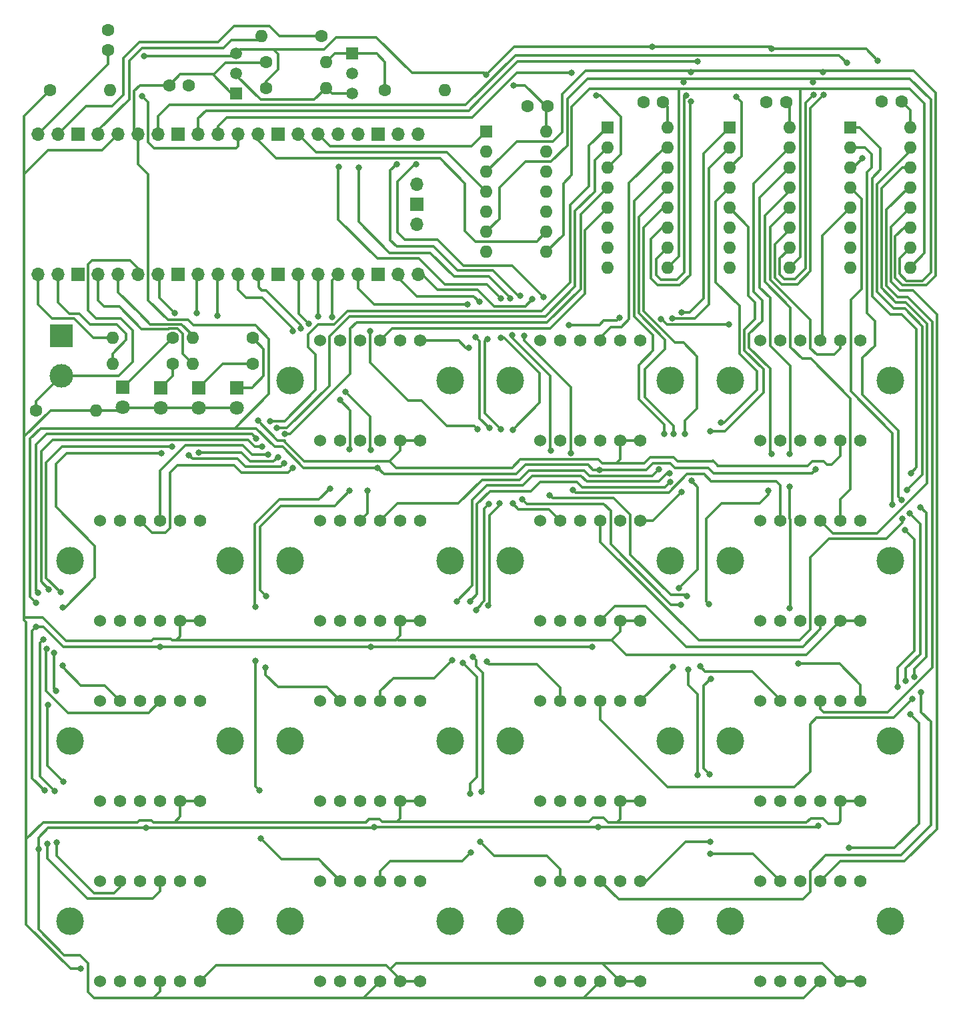
<source format=gbr>
%TF.GenerationSoftware,KiCad,Pcbnew,(6.0.11)*%
%TF.CreationDate,2023-02-22T09:54:06-06:00*%
%TF.ProjectId,HIDPanel,48494450-616e-4656-9c2e-6b696361645f,rev?*%
%TF.SameCoordinates,Original*%
%TF.FileFunction,Copper,L2,Bot*%
%TF.FilePolarity,Positive*%
%FSLAX46Y46*%
G04 Gerber Fmt 4.6, Leading zero omitted, Abs format (unit mm)*
G04 Created by KiCad (PCBNEW (6.0.11)) date 2023-02-22 09:54:06*
%MOMM*%
%LPD*%
G01*
G04 APERTURE LIST*
%TA.AperFunction,ComponentPad*%
%ADD10R,1.600000X1.600000*%
%TD*%
%TA.AperFunction,ComponentPad*%
%ADD11O,1.600000X1.600000*%
%TD*%
%TA.AperFunction,ComponentPad*%
%ADD12C,1.600000*%
%TD*%
%TA.AperFunction,WasherPad*%
%ADD13C,3.500000*%
%TD*%
%TA.AperFunction,ComponentPad*%
%ADD14C,1.560000*%
%TD*%
%TA.AperFunction,ComponentPad*%
%ADD15C,1.524000*%
%TD*%
%TA.AperFunction,ComponentPad*%
%ADD16O,1.700000X1.700000*%
%TD*%
%TA.AperFunction,ComponentPad*%
%ADD17R,1.700000X1.700000*%
%TD*%
%TA.AperFunction,ComponentPad*%
%ADD18R,1.800000X1.800000*%
%TD*%
%TA.AperFunction,ComponentPad*%
%ADD19C,1.800000*%
%TD*%
%TA.AperFunction,ComponentPad*%
%ADD20R,1.500000X1.500000*%
%TD*%
%TA.AperFunction,ComponentPad*%
%ADD21C,1.500000*%
%TD*%
%TA.AperFunction,ComponentPad*%
%ADD22R,3.000000X3.000000*%
%TD*%
%TA.AperFunction,ComponentPad*%
%ADD23C,3.000000*%
%TD*%
%TA.AperFunction,ViaPad*%
%ADD24C,0.800000*%
%TD*%
%TA.AperFunction,Conductor*%
%ADD25C,0.350000*%
%TD*%
G04 APERTURE END LIST*
D10*
%TO.P,U3,1,X4*%
%TO.N,M1A*%
X160930000Y-32655000D03*
D11*
%TO.P,U3,2,X6*%
%TO.N,M2A*%
X160930000Y-35195000D03*
%TO.P,U3,3,X*%
%TO.N,ADC0INP*%
X160930000Y-37735000D03*
%TO.P,U3,4,X7*%
%TO.N,M3A*%
X160930000Y-40275000D03*
%TO.P,U3,5,X5*%
%TO.N,M4A*%
X160930000Y-42815000D03*
%TO.P,U3,6,Inh*%
%TO.N,GND*%
X160930000Y-45355000D03*
%TO.P,U3,7,VEE*%
X160930000Y-47895000D03*
%TO.P,U3,8,VSS*%
X160930000Y-50435000D03*
%TO.P,U3,9,C*%
%TO.N,SEL2T*%
X168550000Y-50435000D03*
%TO.P,U3,10,B*%
%TO.N,SEL1T*%
X168550000Y-47895000D03*
%TO.P,U3,11,A*%
%TO.N,SEL0T*%
X168550000Y-45355000D03*
%TO.P,U3,12,X3*%
%TO.N,M5A*%
X168550000Y-42815000D03*
%TO.P,U3,13,X0*%
%TO.N,M6A*%
X168550000Y-40275000D03*
%TO.P,U3,14,X1*%
%TO.N,M7A*%
X168550000Y-37735000D03*
%TO.P,U3,15,X2*%
%TO.N,M8A*%
X168550000Y-35195000D03*
%TO.P,U3,16,VDD*%
%TO.N,+5V*%
X168550000Y-32655000D03*
%TD*%
D12*
%TO.P,R1,1*%
%TO.N,Net-(D1-Pad1)*%
X105700000Y-59360000D03*
D11*
%TO.P,R1,2*%
%TO.N,LED0*%
X98080000Y-59360000D03*
%TD*%
D12*
%TO.P,R6,1*%
%TO.N,+3.3V*%
X90170000Y-27940000D03*
D11*
%TO.P,R6,2*%
%TO.N,Net-(R6-Pad2)*%
X97790000Y-27940000D03*
%TD*%
D10*
%TO.P,U5,1,X4*%
%TO.N,M9A*%
X191710000Y-32655000D03*
D11*
%TO.P,U5,2,X6*%
%TO.N,M11A*%
X191710000Y-35195000D03*
%TO.P,U5,3,X*%
%TO.N,ADC2INP*%
X191710000Y-37735000D03*
%TO.P,U5,4,X7*%
%TO.N,SW2M13*%
X191710000Y-40275000D03*
%TO.P,U5,5,X5*%
%TO.N,M12A*%
X191710000Y-42815000D03*
%TO.P,U5,6,Inh*%
%TO.N,GND*%
X191710000Y-45355000D03*
%TO.P,U5,7,VEE*%
X191710000Y-47895000D03*
%TO.P,U5,8,VSS*%
X191710000Y-50435000D03*
%TO.P,U5,9,C*%
%TO.N,SEL2T*%
X199330000Y-50435000D03*
%TO.P,U5,10,B*%
%TO.N,SEL1T*%
X199330000Y-47895000D03*
%TO.P,U5,11,A*%
%TO.N,SEL0T*%
X199330000Y-45355000D03*
%TO.P,U5,12,X3*%
%TO.N,M13A*%
X199330000Y-42815000D03*
%TO.P,U5,13,X0*%
%TO.N,M14A*%
X199330000Y-40275000D03*
%TO.P,U5,14,X1*%
%TO.N,M15A*%
X199330000Y-37735000D03*
%TO.P,U5,15,X2*%
%TO.N,M10A*%
X199330000Y-35195000D03*
%TO.P,U5,16,VDD*%
%TO.N,+5V*%
X199330000Y-32655000D03*
%TD*%
D13*
%TO.P,M2,*%
%TO.N,*%
X92710000Y-110490000D03*
X113030000Y-110490000D03*
D14*
%TO.P,M2,1,GND*%
%TO.N,GND*%
X99060000Y-118110000D03*
X101600000Y-118110000D03*
%TO.P,M2,2,ACC*%
%TO.N,ACC*%
X104140000Y-118110000D03*
%TO.P,M2,3,VCC*%
%TO.N,+3.3V*%
X106680000Y-118110000D03*
X109220000Y-118110000D03*
%TO.P,M2,4,SW1*%
%TO.N,SW1M2*%
X101600000Y-105410000D03*
X99060000Y-105410000D03*
%TO.P,M2,5,ANG*%
%TO.N,M2A*%
X104140000Y-105410000D03*
%TO.P,M2,6,SW2*%
%TO.N,unconnected-(M2-Pad6)*%
X106680000Y-105410000D03*
X109220000Y-105410000D03*
D15*
%TO.P,M2,7,IN1*%
%TO.N,unconnected-(M2-Pad7)*%
X96520000Y-105410000D03*
%TO.P,M2,8,IN2*%
%TO.N,unconnected-(M2-Pad8)*%
X96520000Y-118110000D03*
%TD*%
D16*
%TO.P,U1,1,GPIO0*%
%TO.N,LED0*%
X88646000Y-51308000D03*
%TO.P,U1,2,GPIO1*%
%TO.N,LED1*%
X91186000Y-51308000D03*
D17*
%TO.P,U1,3,GND*%
%TO.N,GND*%
X93726000Y-51308000D03*
D16*
%TO.P,U1,4,GPIO2*%
%TO.N,LED2*%
X96266000Y-51308000D03*
%TO.P,U1,5,GPIO3*%
%TO.N,LED3*%
X98806000Y-51308000D03*
%TO.P,U1,6,GPIO4*%
%TO.N,Net-(J1-Pad2)*%
X101346000Y-51308000D03*
%TO.P,U1,7,GPIO5*%
%TO.N,SW1M1*%
X103886000Y-51308000D03*
D17*
%TO.P,U1,8,GND*%
%TO.N,GND*%
X106426000Y-51308000D03*
D16*
%TO.P,U1,9,GPIO6*%
%TO.N,SW1M2*%
X108966000Y-51308000D03*
%TO.P,U1,10,GPIO7*%
%TO.N,SW1M3*%
X111506000Y-51308000D03*
%TO.P,U1,11,GPIO8*%
%TO.N,SW1M5*%
X114046000Y-51308000D03*
%TO.P,U1,12,GPIO9*%
%TO.N,SW1M6*%
X116586000Y-51308000D03*
D17*
%TO.P,U1,13,GND*%
%TO.N,GND*%
X119126000Y-51308000D03*
D16*
%TO.P,U1,14,GPIO10*%
%TO.N,SW1M7*%
X121666000Y-51308000D03*
%TO.P,U1,15,GPIO11*%
%TO.N,SW1M4*%
X124206000Y-51308000D03*
%TO.P,U1,16,GPIO12*%
%TO.N,SW1M9*%
X126746000Y-51308000D03*
%TO.P,U1,17,GPIO13*%
%TO.N,SW1M10*%
X129286000Y-51308000D03*
D17*
%TO.P,U1,18,GND*%
%TO.N,GND*%
X131826000Y-51308000D03*
D16*
%TO.P,U1,19,GPIO14*%
%TO.N,SW1M11*%
X134366000Y-51308000D03*
%TO.P,U1,20,GPIO15*%
%TO.N,SW1M8*%
X136906000Y-51308000D03*
%TO.P,U1,21,GPIO16*%
%TO.N,SW1M12*%
X136906000Y-33528000D03*
%TO.P,U1,22,GPIO17*%
%TO.N,SW1M15*%
X134366000Y-33528000D03*
D17*
%TO.P,U1,23,GND*%
%TO.N,GND*%
X131826000Y-33528000D03*
D16*
%TO.P,U1,24,GPIO18*%
%TO.N,SW1M14*%
X129286000Y-33528000D03*
%TO.P,U1,25,GPIO19*%
%TO.N,SW1M13*%
X126746000Y-33528000D03*
%TO.P,U1,26,GPIO20*%
%TO.N,SEL0*%
X124206000Y-33528000D03*
%TO.P,U1,27,GPIO21*%
%TO.N,SEL1*%
X121666000Y-33528000D03*
D17*
%TO.P,U1,28,GND*%
%TO.N,GND*%
X119126000Y-33528000D03*
D16*
%TO.P,U1,29,GPIO22*%
%TO.N,SEL2*%
X116586000Y-33528000D03*
%TO.P,U1,30,RUN*%
%TO.N,Net-(R6-Pad2)*%
X114046000Y-33528000D03*
%TO.P,U1,31,GPIO26_ADC0*%
%TO.N,ADC0INP*%
X111506000Y-33528000D03*
%TO.P,U1,32,GPIO27_ADC1*%
%TO.N,ADC1INP*%
X108966000Y-33528000D03*
D17*
%TO.P,U1,33,AGND*%
%TO.N,GND*%
X106426000Y-33528000D03*
D16*
%TO.P,U1,34,GPIO28_ADC2*%
%TO.N,ADC2INP*%
X103886000Y-33528000D03*
%TO.P,U1,35,ADC_VREF*%
%TO.N,ACC*%
X101346000Y-33528000D03*
%TO.P,U1,36,3V3*%
%TO.N,+3.3V*%
X98806000Y-33528000D03*
%TO.P,U1,37,3V3_EN*%
%TO.N,Net-(R5-Pad2)*%
X96266000Y-33528000D03*
D17*
%TO.P,U1,38,GND*%
%TO.N,GND*%
X93726000Y-33528000D03*
D16*
%TO.P,U1,39,VSYS*%
%TO.N,Net-(R5-Pad1)*%
X91186000Y-33528000D03*
%TO.P,U1,40,VBUS*%
%TO.N,+5V*%
X88646000Y-33528000D03*
%TO.P,U1,41,SWCLK*%
%TO.N,unconnected-(U1-Pad41)*%
X136676000Y-44958000D03*
D17*
%TO.P,U1,42,GND*%
%TO.N,GND*%
X136676000Y-42418000D03*
D16*
%TO.P,U1,43,SWDIO*%
%TO.N,unconnected-(U1-Pad43)*%
X136676000Y-39878000D03*
%TD*%
D13*
%TO.P,M12,*%
%TO.N,*%
X196850000Y-64770000D03*
X176530000Y-64770000D03*
D14*
%TO.P,M12,1,GND*%
%TO.N,GND*%
X182880000Y-72390000D03*
X185420000Y-72390000D03*
%TO.P,M12,2,ACC*%
%TO.N,ACC*%
X187960000Y-72390000D03*
%TO.P,M12,3,VCC*%
%TO.N,+3.3V*%
X193040000Y-72390000D03*
X190500000Y-72390000D03*
%TO.P,M12,4,SW1*%
%TO.N,SW1M12*%
X185420000Y-59690000D03*
X182880000Y-59690000D03*
%TO.P,M12,5,ANG*%
%TO.N,M12A*%
X187960000Y-59690000D03*
%TO.P,M12,6,SW2*%
%TO.N,SW2M12*%
X190500000Y-59690000D03*
X193040000Y-59690000D03*
D15*
%TO.P,M12,7,IN1*%
%TO.N,unconnected-(M12-Pad7)*%
X180340000Y-59690000D03*
%TO.P,M12,8,IN2*%
%TO.N,unconnected-(M12-Pad8)*%
X180340000Y-72390000D03*
%TD*%
D12*
%TO.P,C6,1*%
%TO.N,+5V*%
X167970000Y-29455000D03*
%TO.P,C6,2*%
%TO.N,GND*%
X165470000Y-29455000D03*
%TD*%
D13*
%TO.P,M10,*%
%TO.N,*%
X148590000Y-110490000D03*
X168910000Y-110490000D03*
D14*
%TO.P,M10,1,GND*%
%TO.N,GND*%
X154940000Y-118110000D03*
X157480000Y-118110000D03*
%TO.P,M10,2,ACC*%
%TO.N,ACC*%
X160020000Y-118110000D03*
%TO.P,M10,3,VCC*%
%TO.N,+3.3V*%
X165100000Y-118110000D03*
X162560000Y-118110000D03*
%TO.P,M10,4,SW1*%
%TO.N,SW1M10*%
X157480000Y-105410000D03*
X154940000Y-105410000D03*
%TO.P,M10,5,ANG*%
%TO.N,M10A*%
X160020000Y-105410000D03*
%TO.P,M10,6,SW2*%
%TO.N,SW2M10*%
X162560000Y-105410000D03*
X165100000Y-105410000D03*
D15*
%TO.P,M10,7,IN1*%
%TO.N,unconnected-(M10-Pad7)*%
X152400000Y-105410000D03*
%TO.P,M10,8,IN2*%
%TO.N,unconnected-(M10-Pad8)*%
X152400000Y-118110000D03*
%TD*%
D12*
%TO.P,R7,1*%
%TO.N,Net-(J1-Pad2)*%
X88340000Y-68550000D03*
D11*
%TO.P,R7,2*%
%TO.N,+3.3V*%
X95960000Y-68550000D03*
%TD*%
D12*
%TO.P,R4,1*%
%TO.N,Net-(D4-Pad1)*%
X115860000Y-59360000D03*
D11*
%TO.P,R4,2*%
%TO.N,LED3*%
X108240000Y-59360000D03*
%TD*%
D18*
%TO.P,D4,1,K*%
%TO.N,Net-(D4-Pad1)*%
X113828000Y-65705000D03*
D19*
%TO.P,D4,2,A*%
%TO.N,+3.3V*%
X113828000Y-68245000D03*
%TD*%
D18*
%TO.P,D2,1,K*%
%TO.N,Net-(D2-Pad1)*%
X104176000Y-65710000D03*
D19*
%TO.P,D2,2,A*%
%TO.N,+3.3V*%
X104176000Y-68250000D03*
%TD*%
D13*
%TO.P,M7,*%
%TO.N,*%
X120650000Y-133350000D03*
X140970000Y-133350000D03*
D14*
%TO.P,M7,1,GND*%
%TO.N,GND*%
X127000000Y-140970000D03*
X129540000Y-140970000D03*
%TO.P,M7,2,ACC*%
%TO.N,ACC*%
X132080000Y-140970000D03*
%TO.P,M7,3,VCC*%
%TO.N,+3.3V*%
X137160000Y-140970000D03*
X134620000Y-140970000D03*
%TO.P,M7,4,SW1*%
%TO.N,SW1M5*%
X129540000Y-128270000D03*
X127000000Y-128270000D03*
%TO.P,M7,5,ANG*%
%TO.N,M5A*%
X132080000Y-128270000D03*
%TO.P,M7,6,SW2*%
%TO.N,unconnected-(M7-Pad6)*%
X134620000Y-128270000D03*
X137160000Y-128270000D03*
D15*
%TO.P,M7,7,IN1*%
%TO.N,unconnected-(M7-Pad7)*%
X124460000Y-128270000D03*
%TO.P,M7,8,IN2*%
%TO.N,unconnected-(M7-Pad8)*%
X124460000Y-140970000D03*
%TD*%
D12*
%TO.P,C2,1*%
%TO.N,+5V*%
X183570000Y-29495000D03*
%TO.P,C2,2*%
%TO.N,GND*%
X181070000Y-29495000D03*
%TD*%
D18*
%TO.P,D3,1,K*%
%TO.N,Net-(D3-Pad1)*%
X109002000Y-65710000D03*
D19*
%TO.P,D3,2,A*%
%TO.N,+3.3V*%
X109002000Y-68250000D03*
%TD*%
D18*
%TO.P,D1,1,K*%
%TO.N,Net-(D1-Pad1)*%
X99350000Y-65635000D03*
D19*
%TO.P,D1,2,A*%
%TO.N,+3.3V*%
X99350000Y-68175000D03*
%TD*%
D12*
%TO.P,R8,1*%
%TO.N,+5V*%
X117550000Y-27670000D03*
D11*
%TO.P,R8,2*%
%TO.N,Net-(Q1-Pad2)*%
X125170000Y-27670000D03*
%TD*%
D13*
%TO.P,M4,*%
%TO.N,*%
X140970000Y-64770000D03*
X120650000Y-64770000D03*
D14*
%TO.P,M4,1,GND*%
%TO.N,GND*%
X127000000Y-72390000D03*
X129540000Y-72390000D03*
%TO.P,M4,2,ACC*%
%TO.N,ACC*%
X132080000Y-72390000D03*
%TO.P,M4,3,VCC*%
%TO.N,+3.3V*%
X134620000Y-72390000D03*
X137160000Y-72390000D03*
%TO.P,M4,4,SW1*%
%TO.N,SW1M4*%
X127000000Y-59690000D03*
X129540000Y-59690000D03*
%TO.P,M4,5,ANG*%
%TO.N,M4A*%
X132080000Y-59690000D03*
%TO.P,M4,6,SW2*%
%TO.N,SW2M4*%
X137160000Y-59690000D03*
X134620000Y-59690000D03*
D15*
%TO.P,M4,7,IN1*%
%TO.N,unconnected-(M4-Pad7)*%
X124460000Y-59690000D03*
%TO.P,M4,8,IN2*%
%TO.N,unconnected-(M4-Pad8)*%
X124460000Y-72390000D03*
%TD*%
D13*
%TO.P,M15,*%
%TO.N,*%
X176530000Y-133350000D03*
X196850000Y-133350000D03*
D14*
%TO.P,M15,1,GND*%
%TO.N,GND*%
X182880000Y-140970000D03*
X185420000Y-140970000D03*
%TO.P,M15,2,ACC*%
%TO.N,ACC*%
X187960000Y-140970000D03*
%TO.P,M15,3,VCC*%
%TO.N,+3.3V*%
X190500000Y-140970000D03*
X193040000Y-140970000D03*
%TO.P,M15,4,SW1*%
%TO.N,SW1M13*%
X185420000Y-128270000D03*
X182880000Y-128270000D03*
%TO.P,M15,5,ANG*%
%TO.N,M13A*%
X187960000Y-128270000D03*
%TO.P,M15,6,SW2*%
%TO.N,SW2M13*%
X190500000Y-128270000D03*
X193040000Y-128270000D03*
D15*
%TO.P,M15,7,IN1*%
%TO.N,unconnected-(M15-Pad7)*%
X180340000Y-128270000D03*
%TO.P,M15,8,IN2*%
%TO.N,unconnected-(M15-Pad8)*%
X180340000Y-140970000D03*
%TD*%
D12*
%TO.P,R2,1*%
%TO.N,Net-(D2-Pad1)*%
X105700000Y-62662000D03*
D11*
%TO.P,R2,2*%
%TO.N,LED1*%
X98080000Y-62662000D03*
%TD*%
D13*
%TO.P,M8,*%
%TO.N,*%
X148590000Y-64770000D03*
X168910000Y-64770000D03*
D14*
%TO.P,M8,1,GND*%
%TO.N,GND*%
X157480000Y-72390000D03*
X154940000Y-72390000D03*
%TO.P,M8,2,ACC*%
%TO.N,ACC*%
X160020000Y-72390000D03*
%TO.P,M8,3,VCC*%
%TO.N,+3.3V*%
X165100000Y-72390000D03*
X162560000Y-72390000D03*
%TO.P,M8,4,SW1*%
%TO.N,SW1M8*%
X157480000Y-59690000D03*
X154940000Y-59690000D03*
%TO.P,M8,5,ANG*%
%TO.N,M8A*%
X160020000Y-59690000D03*
%TO.P,M8,6,SW2*%
%TO.N,SW2M8*%
X165100000Y-59690000D03*
X162560000Y-59690000D03*
D15*
%TO.P,M8,7,IN1*%
%TO.N,unconnected-(M8-Pad7)*%
X152400000Y-59690000D03*
%TO.P,M8,8,IN2*%
%TO.N,unconnected-(M8-Pad8)*%
X152400000Y-72390000D03*
%TD*%
D12*
%TO.P,C4,1*%
%TO.N,ACC*%
X105290000Y-27320000D03*
%TO.P,C4,2*%
%TO.N,GND*%
X107790000Y-27320000D03*
%TD*%
D13*
%TO.P,M6,*%
%TO.N,*%
X120650000Y-110490000D03*
X140970000Y-110490000D03*
D14*
%TO.P,M6,1,GND*%
%TO.N,GND*%
X129540000Y-118110000D03*
X127000000Y-118110000D03*
%TO.P,M6,2,ACC*%
%TO.N,ACC*%
X132080000Y-118110000D03*
%TO.P,M6,3,VCC*%
%TO.N,+3.3V*%
X134620000Y-118110000D03*
X137160000Y-118110000D03*
%TO.P,M6,4,SW1*%
%TO.N,SW1M6*%
X127000000Y-105410000D03*
X129540000Y-105410000D03*
%TO.P,M6,5,ANG*%
%TO.N,M6A*%
X132080000Y-105410000D03*
%TO.P,M6,6,SW2*%
%TO.N,unconnected-(M6-Pad6)*%
X134620000Y-105410000D03*
X137160000Y-105410000D03*
D15*
%TO.P,M6,7,IN1*%
%TO.N,unconnected-(M6-Pad7)*%
X124460000Y-105410000D03*
%TO.P,M6,8,IN2*%
%TO.N,unconnected-(M6-Pad8)*%
X124460000Y-118110000D03*
%TD*%
D12*
%TO.P,C3,1*%
%TO.N,+5V*%
X198220000Y-29375000D03*
%TO.P,C3,2*%
%TO.N,GND*%
X195720000Y-29375000D03*
%TD*%
D13*
%TO.P,M11,*%
%TO.N,*%
X148590000Y-133344000D03*
X168910000Y-133344000D03*
D14*
%TO.P,M11,1,GND*%
%TO.N,GND*%
X157480000Y-140964000D03*
X154940000Y-140964000D03*
%TO.P,M11,2,ACC*%
%TO.N,ACC*%
X160020000Y-140964000D03*
%TO.P,M11,3,VCC*%
%TO.N,+3.3V*%
X162560000Y-140964000D03*
X165100000Y-140964000D03*
%TO.P,M11,4,SW1*%
%TO.N,SW1M9*%
X157480000Y-128264000D03*
X154940000Y-128264000D03*
%TO.P,M11,5,ANG*%
%TO.N,M9A*%
X160020000Y-128264000D03*
%TO.P,M11,6,SW2*%
%TO.N,SW2M9*%
X165100000Y-128264000D03*
X162560000Y-128264000D03*
D15*
%TO.P,M11,7,IN1*%
%TO.N,unconnected-(M11-Pad7)*%
X152400000Y-128264000D03*
%TO.P,M11,8,IN2*%
%TO.N,unconnected-(M11-Pad8)*%
X152400000Y-140964000D03*
%TD*%
D12*
%TO.P,R5,1*%
%TO.N,Net-(R5-Pad1)*%
X124574000Y-21076000D03*
D11*
%TO.P,R5,2*%
%TO.N,Net-(R5-Pad2)*%
X116954000Y-21076000D03*
%TD*%
D12*
%TO.P,C1,1*%
%TO.N,+5V*%
X97536000Y-22860000D03*
%TO.P,C1,2*%
%TO.N,GND*%
X97536000Y-20360000D03*
%TD*%
%TO.P,R10,1*%
%TO.N,Net-(R10-Pad1)*%
X132670000Y-27930000D03*
D11*
%TO.P,R10,2*%
%TO.N,GND*%
X140290000Y-27930000D03*
%TD*%
D20*
%TO.P,U6,1,REF*%
%TO.N,Net-(R10-Pad1)*%
X128490000Y-23330000D03*
D21*
%TO.P,U6,2,A*%
%TO.N,GND*%
X128490000Y-25870000D03*
%TO.P,U6,3,K*%
%TO.N,Net-(Q1-Pad2)*%
X128490000Y-28410000D03*
%TD*%
D13*
%TO.P,M3,*%
%TO.N,*%
X113030000Y-133350000D03*
X92710000Y-133350000D03*
D14*
%TO.P,M3,1,GND*%
%TO.N,GND*%
X101600000Y-140970000D03*
X99060000Y-140970000D03*
%TO.P,M3,2,ACC*%
%TO.N,ACC*%
X104140000Y-140970000D03*
%TO.P,M3,3,VCC*%
%TO.N,+3.3V*%
X109220000Y-140970000D03*
X106680000Y-140970000D03*
%TO.P,M3,4,SW1*%
%TO.N,SW1M1*%
X99060000Y-128270000D03*
X101600000Y-128270000D03*
%TO.P,M3,5,ANG*%
%TO.N,M1A*%
X104140000Y-128270000D03*
%TO.P,M3,6,SW2*%
%TO.N,unconnected-(M3-Pad6)*%
X106680000Y-128270000D03*
X109220000Y-128270000D03*
D15*
%TO.P,M3,7,IN1*%
%TO.N,unconnected-(M3-Pad7)*%
X96520000Y-128270000D03*
%TO.P,M3,8,IN2*%
%TO.N,unconnected-(M3-Pad8)*%
X96520000Y-140970000D03*
%TD*%
D12*
%TO.P,C5,1*%
%TO.N,+5V*%
X153270000Y-29980000D03*
%TO.P,C5,2*%
%TO.N,GND*%
X150770000Y-29980000D03*
%TD*%
%TO.P,R9,1*%
%TO.N,ACC*%
X117590000Y-24390000D03*
D11*
%TO.P,R9,2*%
%TO.N,Net-(R10-Pad1)*%
X125210000Y-24390000D03*
%TD*%
D12*
%TO.P,R3,1*%
%TO.N,Net-(D3-Pad1)*%
X115860000Y-62662000D03*
D11*
%TO.P,R3,2*%
%TO.N,LED2*%
X108240000Y-62662000D03*
%TD*%
D13*
%TO.P,M9,*%
%TO.N,*%
X148590000Y-87630000D03*
X168910000Y-87630000D03*
D14*
%TO.P,M9,1,GND*%
%TO.N,GND*%
X157480000Y-95250000D03*
X154940000Y-95250000D03*
%TO.P,M9,2,ACC*%
%TO.N,ACC*%
X160020000Y-95250000D03*
%TO.P,M9,3,VCC*%
%TO.N,+3.3V*%
X162560000Y-95250000D03*
X165100000Y-95250000D03*
%TO.P,M9,4,SW1*%
%TO.N,SW1M11*%
X154940000Y-82550000D03*
X157480000Y-82550000D03*
%TO.P,M9,5,ANG*%
%TO.N,M11A*%
X160020000Y-82550000D03*
%TO.P,M9,6,SW2*%
%TO.N,SW2M11*%
X165100000Y-82550000D03*
X162560000Y-82550000D03*
D15*
%TO.P,M9,7,IN1*%
%TO.N,unconnected-(M9-Pad7)*%
X152400000Y-82550000D03*
%TO.P,M9,8,IN2*%
%TO.N,unconnected-(M9-Pad8)*%
X152400000Y-95250000D03*
%TD*%
D13*
%TO.P,M1,*%
%TO.N,*%
X92710000Y-87630000D03*
X113030000Y-87630000D03*
D14*
%TO.P,M1,1,GND*%
%TO.N,GND*%
X101600000Y-95250000D03*
X99060000Y-95250000D03*
%TO.P,M1,2,ACC*%
%TO.N,ACC*%
X104140000Y-95250000D03*
%TO.P,M1,3,VCC*%
%TO.N,+3.3V*%
X109220000Y-95250000D03*
X106680000Y-95250000D03*
%TO.P,M1,4,SW1*%
%TO.N,SW1M3*%
X101600000Y-82550000D03*
X99060000Y-82550000D03*
%TO.P,M1,5,ANG*%
%TO.N,M3A*%
X104140000Y-82550000D03*
%TO.P,M1,6,SW2*%
%TO.N,unconnected-(M1-Pad6)*%
X106680000Y-82550000D03*
X109220000Y-82550000D03*
D15*
%TO.P,M1,7,IN1*%
%TO.N,unconnected-(M1-Pad7)*%
X96520000Y-82550000D03*
%TO.P,M1,8,IN2*%
%TO.N,unconnected-(M1-Pad8)*%
X96520000Y-95250000D03*
%TD*%
D20*
%TO.P,Q1,1,E*%
%TO.N,ACC*%
X113780000Y-28350000D03*
D21*
%TO.P,Q1,2,B*%
%TO.N,Net-(Q1-Pad2)*%
X113780000Y-25810000D03*
%TO.P,Q1,3,C*%
%TO.N,+5V*%
X113780000Y-23270000D03*
%TD*%
D22*
%TO.P,J1,1,Pin_1*%
%TO.N,GND*%
X91560000Y-59140000D03*
D23*
%TO.P,J1,2,Pin_2*%
%TO.N,Net-(J1-Pad2)*%
X91560000Y-64220000D03*
%TD*%
D10*
%TO.P,U2,1*%
%TO.N,SEL0*%
X145550000Y-33190000D03*
D11*
%TO.P,U2,2*%
%TO.N,GND*%
X145550000Y-35730000D03*
%TO.P,U2,3*%
%TO.N,SEL0T*%
X145550000Y-38270000D03*
%TO.P,U2,4*%
%TO.N,SEL1*%
X145550000Y-40810000D03*
%TO.P,U2,5*%
%TO.N,GND*%
X145550000Y-43350000D03*
%TO.P,U2,6*%
%TO.N,SEL1T*%
X145550000Y-45890000D03*
%TO.P,U2,7,GND*%
%TO.N,GND*%
X145550000Y-48430000D03*
%TO.P,U2,8*%
%TO.N,SEL2T*%
X153170000Y-48430000D03*
%TO.P,U2,9*%
%TO.N,SEL2*%
X153170000Y-45890000D03*
%TO.P,U2,10*%
%TO.N,GND*%
X153170000Y-43350000D03*
%TO.P,U2,11*%
%TO.N,unconnected-(U2-Pad11)*%
X153170000Y-40810000D03*
%TO.P,U2,12*%
%TO.N,GND*%
X153170000Y-38270000D03*
%TO.P,U2,13*%
X153170000Y-35730000D03*
%TO.P,U2,14,VCC*%
%TO.N,+5V*%
X153170000Y-33190000D03*
%TD*%
D13*
%TO.P,M14,*%
%TO.N,*%
X196850000Y-110490000D03*
X176530000Y-110490000D03*
D14*
%TO.P,M14,1,GND*%
%TO.N,GND*%
X185420000Y-118110000D03*
X182880000Y-118110000D03*
%TO.P,M14,2,ACC*%
%TO.N,ACC*%
X187960000Y-118110000D03*
%TO.P,M14,3,VCC*%
%TO.N,+3.3V*%
X193040000Y-118110000D03*
X190500000Y-118110000D03*
%TO.P,M14,4,SW1*%
%TO.N,SW1M14*%
X182880000Y-105410000D03*
X185420000Y-105410000D03*
%TO.P,M14,5,ANG*%
%TO.N,M14A*%
X187960000Y-105410000D03*
%TO.P,M14,6,SW2*%
%TO.N,SW2M14*%
X190500000Y-105410000D03*
X193040000Y-105410000D03*
D15*
%TO.P,M14,7,IN1*%
%TO.N,unconnected-(M14-Pad7)*%
X180340000Y-105410000D03*
%TO.P,M14,8,IN2*%
%TO.N,unconnected-(M14-Pad8)*%
X180340000Y-118110000D03*
%TD*%
D10*
%TO.P,U4,1,X4*%
%TO.N,SW2M4*%
X176400000Y-32725000D03*
D11*
%TO.P,U4,2,X6*%
%TO.N,SW2M8*%
X176400000Y-35265000D03*
%TO.P,U4,3,X*%
%TO.N,ADC1INP*%
X176400000Y-37805000D03*
%TO.P,U4,4,X7*%
%TO.N,SW2M11*%
X176400000Y-40345000D03*
%TO.P,U4,5,X5*%
%TO.N,SW2M10*%
X176400000Y-42885000D03*
%TO.P,U4,6,Inh*%
%TO.N,GND*%
X176400000Y-45425000D03*
%TO.P,U4,7,VEE*%
X176400000Y-47965000D03*
%TO.P,U4,8,VSS*%
X176400000Y-50505000D03*
%TO.P,U4,9,C*%
%TO.N,SEL2T*%
X184020000Y-50505000D03*
%TO.P,U4,10,B*%
%TO.N,SEL1T*%
X184020000Y-47965000D03*
%TO.P,U4,11,A*%
%TO.N,SEL0T*%
X184020000Y-45425000D03*
%TO.P,U4,12,X3*%
%TO.N,SW2M12*%
X184020000Y-42885000D03*
%TO.P,U4,13,X0*%
%TO.N,SW2M15*%
X184020000Y-40345000D03*
%TO.P,U4,14,X1*%
%TO.N,SW2M14*%
X184020000Y-37805000D03*
%TO.P,U4,15,X2*%
%TO.N,SW2M9*%
X184020000Y-35265000D03*
%TO.P,U4,16,VDD*%
%TO.N,+5V*%
X184020000Y-32725000D03*
%TD*%
D13*
%TO.P,M13,*%
%TO.N,*%
X196850000Y-87630000D03*
X176530000Y-87630000D03*
D14*
%TO.P,M13,1,GND*%
%TO.N,GND*%
X182880000Y-95250000D03*
X185420000Y-95250000D03*
%TO.P,M13,2,ACC*%
%TO.N,ACC*%
X187960000Y-95250000D03*
%TO.P,M13,3,VCC*%
%TO.N,+3.3V*%
X190500000Y-95250000D03*
X193040000Y-95250000D03*
%TO.P,M13,4,SW1*%
%TO.N,SW1M15*%
X185420000Y-82550000D03*
X182880000Y-82550000D03*
%TO.P,M13,5,ANG*%
%TO.N,M15A*%
X187960000Y-82550000D03*
%TO.P,M13,6,SW2*%
%TO.N,SW2M15*%
X190500000Y-82550000D03*
X193040000Y-82550000D03*
D15*
%TO.P,M13,7,IN1*%
%TO.N,unconnected-(M13-Pad7)*%
X180340000Y-82550000D03*
%TO.P,M13,8,IN2*%
%TO.N,unconnected-(M13-Pad8)*%
X180340000Y-95250000D03*
%TD*%
D13*
%TO.P,M5,*%
%TO.N,*%
X140970000Y-87630000D03*
X120650000Y-87630000D03*
D14*
%TO.P,M5,1,GND*%
%TO.N,GND*%
X129540000Y-95250000D03*
X127000000Y-95250000D03*
%TO.P,M5,2,ACC*%
%TO.N,ACC*%
X132080000Y-95250000D03*
%TO.P,M5,3,VCC*%
%TO.N,+3.3V*%
X137160000Y-95250000D03*
X134620000Y-95250000D03*
%TO.P,M5,4,SW1*%
%TO.N,SW1M7*%
X129540000Y-82550000D03*
X127000000Y-82550000D03*
%TO.P,M5,5,ANG*%
%TO.N,M7A*%
X132080000Y-82550000D03*
%TO.P,M5,6,SW2*%
%TO.N,unconnected-(M5-Pad6)*%
X134620000Y-82550000D03*
X137160000Y-82550000D03*
D15*
%TO.P,M5,7,IN1*%
%TO.N,unconnected-(M5-Pad7)*%
X124460000Y-82550000D03*
%TO.P,M5,8,IN2*%
%TO.N,unconnected-(M5-Pad8)*%
X124460000Y-95250000D03*
%TD*%
D24*
%TO.N,+5V*%
X145510000Y-26030000D03*
X181780000Y-22720000D03*
X166580000Y-22480000D03*
X148970000Y-27320000D03*
X195220000Y-24200000D03*
X102108000Y-23622000D03*
%TO.N,+3.3V*%
X116534000Y-69894000D03*
X94067345Y-139358655D03*
%TO.N,ADC2INP*%
X193300000Y-36570000D03*
X191300000Y-24505000D03*
%TO.N,ADC1INP*%
X177260000Y-28815000D03*
X172380000Y-24345000D03*
%TO.N,ADC0INP*%
X159500000Y-28660000D03*
X156360000Y-25730000D03*
%TO.N,SEL0T*%
X171464500Y-29425000D03*
X188310000Y-28585000D03*
X188290000Y-25700500D03*
X171530000Y-25700500D03*
%TO.N,SEL1T*%
X170870000Y-28615000D03*
X187020000Y-26970500D03*
X170540000Y-26975000D03*
X187040000Y-28555000D03*
%TO.N,ACC*%
X159740000Y-121440000D03*
X131750000Y-75850000D03*
X158990000Y-98560000D03*
X104090000Y-98560000D03*
X102300000Y-121510000D03*
X187340000Y-76060000D03*
X88392000Y-96040000D03*
X159940000Y-76095500D03*
X131250000Y-121440000D03*
X187710000Y-121220000D03*
X89430000Y-116790000D03*
X88392000Y-92964000D03*
X130890000Y-98570000D03*
X88670000Y-124210000D03*
%TO.N,M1A*%
X89330000Y-97610000D03*
X88646000Y-91694000D03*
X89780000Y-123540000D03*
X116332000Y-72136000D03*
X118080000Y-69930000D03*
X90760000Y-116820000D03*
%TO.N,M2A*%
X118950000Y-70820000D03*
X89674500Y-98806000D03*
X89970000Y-91240000D03*
X117094000Y-73152000D03*
%TO.N,M3A*%
X119950000Y-71595500D03*
X117856000Y-74168000D03*
%TO.N,M5A*%
X142510000Y-100570000D03*
X143500000Y-117200000D03*
X170750000Y-71520000D03*
X143530000Y-124670000D03*
X143500000Y-92770000D03*
X168905000Y-77665000D03*
%TO.N,M6A*%
X141150000Y-100220000D03*
X141760000Y-92770000D03*
X169310000Y-71520000D03*
X168760000Y-76510000D03*
%TO.N,M7A*%
X167420000Y-76040000D03*
X168150000Y-71570000D03*
%TO.N,M9A*%
X200730000Y-104340000D03*
X199445500Y-76520000D03*
X200640000Y-80840000D03*
X199850000Y-102350000D03*
%TO.N,M10A*%
X198800000Y-102900000D03*
X199610000Y-105180000D03*
X198970000Y-78670000D03*
X199270000Y-81620000D03*
%TO.N,M11A*%
X198284345Y-79920345D03*
X198374000Y-82296000D03*
%TO.N,SW1M1*%
X119080000Y-74500000D03*
X105970000Y-56260000D03*
X90970000Y-123350000D03*
X91480000Y-91653984D03*
X105664000Y-73152000D03*
X108994000Y-73914000D03*
X89916000Y-105918000D03*
X90678000Y-99314000D03*
X90932000Y-104140000D03*
X91810000Y-115640000D03*
%TO.N,SW1M2*%
X119820000Y-75290000D03*
X104270000Y-73980000D03*
X91706500Y-100943500D03*
X108770000Y-56260000D03*
X91706500Y-93540000D03*
X107780000Y-74250000D03*
%TO.N,SW1M3*%
X120950000Y-75880000D03*
X111370000Y-56610000D03*
%TO.N,SW1M4*%
X124180000Y-56680000D03*
%TO.N,SW1M5*%
X120940000Y-58480000D03*
X116190000Y-100330000D03*
X116230000Y-93480000D03*
X116760000Y-116800000D03*
X125690000Y-78470000D03*
X116870000Y-122840000D03*
%TO.N,SW1M6*%
X128150000Y-73520000D03*
X117520000Y-101180000D03*
X126930000Y-67270000D03*
X128150000Y-78790000D03*
X117580000Y-92110000D03*
X121970000Y-58140000D03*
%TO.N,SW1M7*%
X127670000Y-66260000D03*
X130440000Y-78750000D03*
X130840000Y-73620000D03*
X122960000Y-57600000D03*
%TO.N,SW1M8*%
X151360000Y-54480000D03*
%TO.N,SW1M9*%
X125960000Y-56720000D03*
X130790000Y-58550000D03*
X144200000Y-93880000D03*
X144940000Y-116910000D03*
X144785000Y-123325000D03*
X145850000Y-80440000D03*
X144380000Y-70950000D03*
X143840000Y-99840000D03*
%TO.N,SW1M10*%
X144120000Y-59270000D03*
X147220000Y-80370000D03*
X145600000Y-100460000D03*
X145722636Y-93341190D03*
X145900000Y-70830000D03*
X143110000Y-55090000D03*
%TO.N,SW1M11*%
X148860000Y-80360000D03*
X145650000Y-59490000D03*
X147380000Y-70960000D03*
X144645000Y-54785000D03*
%TO.N,SW1M12*%
X162440000Y-56840000D03*
X167720000Y-57020000D03*
X155970000Y-57740000D03*
X176350000Y-57700000D03*
X152760000Y-54180000D03*
X136610000Y-37350500D03*
%TO.N,SW1M13*%
X171200000Y-101400000D03*
X172370000Y-114790000D03*
X148870000Y-71040000D03*
X147400000Y-54390000D03*
X126800000Y-37680000D03*
X147400000Y-59320000D03*
X170270000Y-93200000D03*
X173940000Y-124800000D03*
X150060000Y-79840000D03*
%TO.N,SW1M14*%
X129300000Y-37790000D03*
X170960000Y-92090000D03*
X148840000Y-59010000D03*
X153590000Y-79360000D03*
X148520000Y-54370000D03*
X172660000Y-101050000D03*
X153750000Y-73710000D03*
%TO.N,SW1M15*%
X149840000Y-54070000D03*
X150360000Y-59130000D03*
X156510000Y-78670000D03*
X134130000Y-37360000D03*
X156250000Y-74025500D03*
%TO.N,SW2M13*%
X199355000Y-107155000D03*
X197790000Y-103620000D03*
X191600000Y-124070000D03*
X197090000Y-80550000D03*
X198670000Y-83750000D03*
%TO.N,SW2M14*%
X184050000Y-74080000D03*
X184040000Y-93620000D03*
X185130000Y-100700000D03*
X184050000Y-78210000D03*
%TO.N,SW2M9*%
X173940000Y-123270000D03*
X173780000Y-93160000D03*
X173890000Y-114740000D03*
X181730000Y-74060000D03*
X181300000Y-78780000D03*
X174040000Y-102590000D03*
%TO.N,SW2M8*%
X169150000Y-56925500D03*
%TO.N,SW2M10*%
X171550000Y-77520000D03*
X173960000Y-71195500D03*
X169970000Y-91120000D03*
X169190000Y-101090000D03*
%TO.N,SW2M11*%
X175350000Y-70090000D03*
X170290000Y-78950000D03*
%TO.N,Net-(R6-Pad2)*%
X101854000Y-28702000D03*
%TO.N,SW2M4*%
X143330000Y-60660000D03*
X170280000Y-56155500D03*
%TD*%
D25*
%TO.N,+5V*%
X184020000Y-29945000D02*
X183570000Y-29495000D01*
X168550000Y-30035000D02*
X167970000Y-29455000D01*
X150450000Y-27320000D02*
X148970000Y-27320000D01*
X97536000Y-22860000D02*
X97536000Y-24638000D01*
X118500000Y-22800000D02*
X124910000Y-22800000D01*
X113780000Y-23270000D02*
X114250000Y-22800000D01*
X117550000Y-26880000D02*
X117550000Y-27670000D01*
X124910000Y-22800000D02*
X126460000Y-21250000D01*
X181780000Y-22720000D02*
X193740000Y-22720000D01*
X97536000Y-24638000D02*
X88646000Y-33528000D01*
X149060000Y-22480000D02*
X145510000Y-26030000D01*
X153170000Y-30080000D02*
X153270000Y-29980000D01*
X102108000Y-23622000D02*
X113428000Y-23622000D01*
X126460000Y-21250000D02*
X131580000Y-21250000D01*
X166580000Y-22480000D02*
X181540000Y-22480000D01*
X145270000Y-25790000D02*
X145510000Y-26030000D01*
X153110000Y-29980000D02*
X150450000Y-27320000D01*
X199330000Y-32655000D02*
X199330000Y-30485000D01*
X118500000Y-22800000D02*
X119090000Y-23390000D01*
X114250000Y-22800000D02*
X118500000Y-22800000D01*
X168550000Y-32655000D02*
X168550000Y-30035000D01*
X153270000Y-29980000D02*
X153110000Y-29980000D01*
X199330000Y-30485000D02*
X198220000Y-29375000D01*
X119090000Y-23390000D02*
X119090000Y-25340000D01*
X113428000Y-23622000D02*
X113780000Y-23270000D01*
X184020000Y-32725000D02*
X184020000Y-29945000D01*
X136120000Y-25790000D02*
X145270000Y-25790000D01*
X153270000Y-30140000D02*
X153270000Y-29980000D01*
X193740000Y-22720000D02*
X195220000Y-24200000D01*
X166580000Y-22480000D02*
X149060000Y-22480000D01*
X181540000Y-22480000D02*
X181780000Y-22720000D01*
X131580000Y-21250000D02*
X136120000Y-25790000D01*
X119090000Y-25340000D02*
X117550000Y-26880000D01*
X153170000Y-33190000D02*
X153170000Y-30080000D01*
%TO.N,Net-(D1-Pad1)*%
X99350000Y-65635000D02*
X99425000Y-65635000D01*
X99425000Y-65635000D02*
X105700000Y-59360000D01*
%TO.N,+3.3V*%
X137160000Y-140970000D02*
X134620000Y-140970000D01*
X86868000Y-72390000D02*
X86868000Y-38608000D01*
X119010000Y-72370000D02*
X119930000Y-72370000D01*
X95960000Y-68550000D02*
X95970000Y-68560000D01*
X103220000Y-120810000D02*
X105950000Y-120810000D01*
X190500000Y-72390000D02*
X190500000Y-74340000D01*
X174880000Y-75610000D02*
X186280000Y-75610000D01*
X87122000Y-133752000D02*
X87122000Y-123338000D01*
X190500000Y-120690000D02*
X190500000Y-118110000D01*
X160250516Y-75310000D02*
X161560000Y-75310000D01*
X87122000Y-122928000D02*
X89260000Y-120790000D01*
X94067345Y-139358655D02*
X92728655Y-139358655D01*
X160280000Y-138684000D02*
X188214000Y-138684000D01*
X96774000Y-35560000D02*
X98806000Y-33528000D01*
X133260000Y-75030000D02*
X134090000Y-75860000D01*
X86868000Y-38608000D02*
X86868000Y-31242000D01*
X165100000Y-140964000D02*
X162560000Y-140964000D01*
X165100000Y-118110000D02*
X162560000Y-118110000D01*
X134620000Y-140716000D02*
X134620000Y-140970000D01*
X174880000Y-75540000D02*
X174880000Y-75610000D01*
X186280000Y-75610000D02*
X186880000Y-75010000D01*
X169820000Y-75010000D02*
X174230000Y-75010000D01*
X134620000Y-72390000D02*
X134620000Y-73670000D01*
X134180000Y-97580000D02*
X134330000Y-97730000D01*
X119930000Y-72560000D02*
X122400000Y-75030000D01*
X132842000Y-138938000D02*
X133350000Y-139446000D01*
X162560000Y-96600000D02*
X161430000Y-97730000D01*
X87122000Y-123338000D02*
X87122000Y-122928000D01*
X137160000Y-72390000D02*
X134620000Y-72390000D01*
X134090000Y-75860000D02*
X148780000Y-75860000D01*
X86868000Y-94852000D02*
X89222000Y-94852000D01*
X86868000Y-72390000D02*
X86868000Y-94852000D01*
X134070000Y-97690000D02*
X134180000Y-97580000D01*
X161560000Y-75310000D02*
X165540000Y-75310000D01*
X134620000Y-118110000D02*
X134620000Y-120280000D01*
X165540000Y-75310000D02*
X166340000Y-74510000D01*
X166340000Y-74510000D02*
X169320000Y-74510000D01*
X116534000Y-69894000D02*
X119010000Y-72370000D01*
X162560000Y-95250000D02*
X162560000Y-96600000D01*
X189400000Y-75440000D02*
X190500000Y-74340000D01*
X130640000Y-120420000D02*
X131940000Y-120420000D01*
X174290000Y-74950000D02*
X174880000Y-75540000D01*
X134330000Y-97730000D02*
X161430000Y-97730000D01*
X162560000Y-120440000D02*
X162140000Y-120860000D01*
X134620000Y-120280000D02*
X134130000Y-120770000D01*
X186880000Y-75010000D02*
X188350000Y-75010000D01*
X106210000Y-97690000D02*
X134070000Y-97690000D01*
X95950000Y-68560000D02*
X90190000Y-68560000D01*
X106680000Y-95250000D02*
X106680000Y-97220000D01*
X133350000Y-139446000D02*
X134112000Y-138684000D01*
X111252000Y-138938000D02*
X132842000Y-138938000D01*
X131940000Y-120420000D02*
X132290000Y-120770000D01*
X122400000Y-75030000D02*
X133260000Y-75030000D01*
X86868000Y-95144000D02*
X87122000Y-95398000D01*
X86868000Y-38608000D02*
X89916000Y-35560000D01*
X105950000Y-120810000D02*
X130250000Y-120810000D01*
X103000000Y-97810000D02*
X103250000Y-97560000D01*
X103250000Y-97560000D02*
X105470000Y-97560000D01*
X161430000Y-97730000D02*
X163280000Y-99580000D01*
X160400000Y-120240000D02*
X160990000Y-120830000D01*
X186710000Y-120280000D02*
X188240000Y-120280000D01*
X160280000Y-138684000D02*
X162560000Y-140964000D01*
X113828000Y-68245000D02*
X109007000Y-68245000D01*
X162560000Y-118110000D02*
X162560000Y-120440000D01*
X109220000Y-140970000D02*
X111252000Y-138938000D01*
X87122000Y-133752000D02*
X92728655Y-139358655D01*
X148780000Y-75860000D02*
X149840000Y-74800000D01*
X186170000Y-99580000D02*
X190500000Y-95250000D01*
X162140000Y-120860000D02*
X186130000Y-120860000D01*
X104176000Y-68250000D02*
X99425000Y-68250000D01*
X159070000Y-120240000D02*
X160400000Y-120240000D01*
X165100000Y-72390000D02*
X162560000Y-72390000D01*
X134620000Y-73670000D02*
X133260000Y-75030000D01*
X105600000Y-97690000D02*
X106210000Y-97690000D01*
X134620000Y-95250000D02*
X134620000Y-97140000D01*
X160990000Y-120830000D02*
X160990000Y-120860000D01*
X95960000Y-68550000D02*
X95950000Y-68560000D01*
X109002000Y-68250000D02*
X104176000Y-68250000D01*
X101460000Y-120600000D02*
X103010000Y-120600000D01*
X160990000Y-120860000D02*
X162140000Y-120860000D01*
X99425000Y-68250000D02*
X99350000Y-68175000D01*
X174230000Y-75010000D02*
X174290000Y-74950000D01*
X188970000Y-121010000D02*
X190180000Y-121010000D01*
X130250000Y-120810000D02*
X130640000Y-120420000D01*
X109220000Y-118110000D02*
X106680000Y-118110000D01*
X86868000Y-31242000D02*
X90170000Y-27940000D01*
X98965000Y-68560000D02*
X99350000Y-68175000D01*
X106680000Y-120080000D02*
X105950000Y-120810000D01*
X163280000Y-99580000D02*
X186170000Y-99580000D01*
X169320000Y-74510000D02*
X169820000Y-75010000D01*
X159740516Y-74800000D02*
X160250516Y-75310000D01*
X161560000Y-75310000D02*
X162030000Y-75310000D01*
X137160000Y-95250000D02*
X134620000Y-95250000D01*
X186130000Y-120860000D02*
X186710000Y-120280000D01*
X188214000Y-138684000D02*
X190500000Y-140970000D01*
X188780000Y-75440000D02*
X189400000Y-75440000D01*
X133350000Y-139446000D02*
X134620000Y-140716000D01*
X105490000Y-97580000D02*
X105600000Y-97690000D01*
X193040000Y-140970000D02*
X190500000Y-140970000D01*
X86868000Y-71882000D02*
X86868000Y-72390000D01*
X134112000Y-138684000D02*
X160280000Y-138684000D01*
X193040000Y-95250000D02*
X190500000Y-95250000D01*
X106680000Y-118110000D02*
X106680000Y-120080000D01*
X158540000Y-120770000D02*
X159070000Y-120240000D01*
X134130000Y-120770000D02*
X158540000Y-120770000D01*
X89260000Y-120790000D02*
X101270000Y-120790000D01*
X101270000Y-120790000D02*
X101460000Y-120600000D01*
X134620000Y-97140000D02*
X134180000Y-97580000D01*
X188240000Y-120280000D02*
X188970000Y-121010000D01*
X162560000Y-72390000D02*
X162560000Y-74780000D01*
X190180000Y-121010000D02*
X190500000Y-120690000D01*
X103010000Y-120600000D02*
X103220000Y-120810000D01*
X87122000Y-95398000D02*
X87122000Y-123338000D01*
X89222000Y-94852000D02*
X92180000Y-97810000D01*
X132290000Y-120770000D02*
X134130000Y-120770000D01*
X162560000Y-74780000D02*
X162030000Y-75310000D01*
X109007000Y-68245000D02*
X109002000Y-68250000D01*
X105470000Y-97560000D02*
X105490000Y-97580000D01*
X193040000Y-118110000D02*
X190500000Y-118110000D01*
X90190000Y-68560000D02*
X86868000Y-71882000D01*
X165100000Y-95250000D02*
X162560000Y-95250000D01*
X149840000Y-74800000D02*
X159740516Y-74800000D01*
X95970000Y-68560000D02*
X98965000Y-68560000D01*
X119930000Y-72370000D02*
X119930000Y-72560000D01*
X86868000Y-94852000D02*
X86868000Y-95144000D01*
X92180000Y-97810000D02*
X103000000Y-97810000D01*
X109220000Y-95250000D02*
X106680000Y-95250000D01*
X137160000Y-118110000D02*
X134620000Y-118110000D01*
X106680000Y-97220000D02*
X106210000Y-97690000D01*
X188350000Y-75010000D02*
X188780000Y-75440000D01*
X89916000Y-35560000D02*
X96774000Y-35560000D01*
%TO.N,Net-(D2-Pad1)*%
X105700000Y-64186000D02*
X104176000Y-65710000D01*
X105700000Y-62662000D02*
X105700000Y-64186000D01*
%TO.N,Net-(D3-Pad1)*%
X112050000Y-62662000D02*
X109002000Y-65710000D01*
X115860000Y-62662000D02*
X112050000Y-62662000D01*
%TO.N,Net-(D4-Pad1)*%
X117260000Y-60760000D02*
X115860000Y-59360000D01*
X113828000Y-65705000D02*
X115775000Y-65705000D01*
X115775000Y-65705000D02*
X117260000Y-64220000D01*
X117260000Y-64220000D02*
X117260000Y-60760000D01*
%TO.N,Net-(J1-Pad2)*%
X98830000Y-64220000D02*
X100640000Y-62410000D01*
X96012000Y-56896000D02*
X94996000Y-55880000D01*
X100330000Y-49530000D02*
X101346000Y-50546000D01*
X95504000Y-49530000D02*
X100330000Y-49530000D01*
X94996000Y-50038000D02*
X95504000Y-49530000D01*
X101346000Y-50546000D02*
X101346000Y-51308000D01*
X100640000Y-62410000D02*
X100640000Y-58410000D01*
X88340000Y-67440000D02*
X88340000Y-68550000D01*
X91560000Y-64220000D02*
X88340000Y-67440000D01*
X91560000Y-64220000D02*
X98830000Y-64220000D01*
X100640000Y-58410000D02*
X99126000Y-56896000D01*
X99126000Y-56896000D02*
X96012000Y-56896000D01*
X94996000Y-55880000D02*
X94996000Y-50038000D01*
%TO.N,LED0*%
X90424000Y-56896000D02*
X88646000Y-55118000D01*
X98080000Y-59360000D02*
X95682000Y-59360000D01*
X88646000Y-55118000D02*
X88646000Y-51308000D01*
X95682000Y-59360000D02*
X93218000Y-56896000D01*
X93218000Y-56896000D02*
X90424000Y-56896000D01*
%TO.N,LED1*%
X99817000Y-58837000D02*
X98638000Y-57658000D01*
X99817000Y-59655000D02*
X99817000Y-58837000D01*
X95250000Y-57658000D02*
X93872000Y-56280000D01*
X98080000Y-61392000D02*
X99817000Y-59655000D01*
X98638000Y-57658000D02*
X95250000Y-57658000D01*
X91186000Y-54864000D02*
X91186000Y-51308000D01*
X98080000Y-62662000D02*
X98080000Y-61392000D01*
X92602000Y-56280000D02*
X91186000Y-54864000D01*
X93872000Y-56280000D02*
X92602000Y-56280000D01*
%TO.N,LED2*%
X106295000Y-58185000D02*
X105213299Y-58185000D01*
X106980000Y-58870000D02*
X106295000Y-58185000D01*
X105213299Y-58185000D02*
X105178299Y-58220000D01*
X106980000Y-61402000D02*
X106980000Y-58870000D01*
X101774000Y-58220000D02*
X98920000Y-55366000D01*
X97022000Y-55366000D02*
X96266000Y-54610000D01*
X108240000Y-62662000D02*
X106980000Y-61402000D01*
X96266000Y-54610000D02*
X96266000Y-51308000D01*
X98920000Y-55366000D02*
X97022000Y-55366000D01*
X105178299Y-58220000D02*
X101774000Y-58220000D01*
%TO.N,LED3*%
X106825000Y-57635000D02*
X102835000Y-57635000D01*
X102835000Y-57635000D02*
X101460000Y-56260000D01*
X108240000Y-59050000D02*
X106825000Y-57635000D01*
X101460000Y-56248000D02*
X98806000Y-53594000D01*
X101460000Y-56260000D02*
X101460000Y-56248000D01*
X98806000Y-53594000D02*
X98806000Y-51308000D01*
X108240000Y-59360000D02*
X108240000Y-59050000D01*
%TO.N,ADC2INP*%
X193300000Y-36570000D02*
X192135000Y-37735000D01*
X105318000Y-29810000D02*
X103886000Y-31242000D01*
X149195000Y-23525000D02*
X190320000Y-23525000D01*
X103886000Y-31242000D02*
X103886000Y-33528000D01*
X142910000Y-29810000D02*
X149195000Y-23525000D01*
X192135000Y-37735000D02*
X191710000Y-37735000D01*
X190320000Y-23525000D02*
X191300000Y-24505000D01*
X105318000Y-29810000D02*
X142910000Y-29810000D01*
%TO.N,ADC1INP*%
X177910000Y-36295000D02*
X177910000Y-29465000D01*
X108966000Y-31496000D02*
X108966000Y-33528000D01*
X172380000Y-24345000D02*
X149485000Y-24345000D01*
X143320000Y-30550000D02*
X109912000Y-30550000D01*
X176400000Y-37805000D02*
X177910000Y-36295000D01*
X109912000Y-30550000D02*
X108966000Y-31496000D01*
X144780000Y-29090000D02*
X143320000Y-30550000D01*
X149485000Y-24345000D02*
X144780000Y-29050000D01*
X177910000Y-29465000D02*
X177260000Y-28815000D01*
X144780000Y-29050000D02*
X144780000Y-29090000D01*
%TO.N,ADC0INP*%
X162610000Y-36055000D02*
X160930000Y-37735000D01*
X149420000Y-25730000D02*
X143740000Y-31410000D01*
X111506000Y-32512000D02*
X111506000Y-33528000D01*
X162610000Y-31320000D02*
X162610000Y-36055000D01*
X143740000Y-31410000D02*
X112608000Y-31410000D01*
X112608000Y-31410000D02*
X111506000Y-32512000D01*
X159950000Y-28660000D02*
X162610000Y-31320000D01*
X159500000Y-28660000D02*
X159950000Y-28660000D01*
X156360000Y-25730000D02*
X149420000Y-25730000D01*
%TO.N,SEL2*%
X144140000Y-47150000D02*
X151910000Y-47150000D01*
X139636000Y-36576000D02*
X118872000Y-36576000D01*
X142840000Y-39780000D02*
X139636000Y-36576000D01*
X142840000Y-45850000D02*
X144140000Y-47150000D01*
X151910000Y-47150000D02*
X153170000Y-45890000D01*
X142840000Y-45850000D02*
X142840000Y-39780000D01*
X116586000Y-34290000D02*
X116586000Y-33528000D01*
X118872000Y-36576000D02*
X116586000Y-34290000D01*
%TO.N,SEL1*%
X123952000Y-35814000D02*
X121666000Y-33528000D01*
X140554000Y-35814000D02*
X123952000Y-35814000D01*
X145550000Y-40810000D02*
X140554000Y-35814000D01*
%TO.N,SEL0*%
X125730000Y-35052000D02*
X143688000Y-35052000D01*
X143688000Y-35052000D02*
X145550000Y-33190000D01*
X125730000Y-35052000D02*
X124206000Y-33528000D01*
%TO.N,SEL0T*%
X171410000Y-29479500D02*
X171410000Y-51365000D01*
X171350000Y-25485000D02*
X188160000Y-25485000D01*
X147420000Y-36400000D02*
X145550000Y-38270000D01*
X182990000Y-52555000D02*
X182160000Y-51725000D01*
X167250000Y-52675000D02*
X166410000Y-51835000D01*
X147450000Y-36400000D02*
X147420000Y-36400000D01*
X188160000Y-25485000D02*
X188160000Y-25570500D01*
X188160000Y-25485000D02*
X199760000Y-25485000D01*
X198555000Y-45355000D02*
X199330000Y-45355000D01*
X188160000Y-25570500D02*
X188290000Y-25700500D01*
X171464500Y-29425000D02*
X171410000Y-29479500D01*
X198370000Y-52685000D02*
X197430000Y-51745000D01*
X186660000Y-30235000D02*
X186660000Y-50935000D01*
X182160000Y-51725000D02*
X182160000Y-47515000D01*
X197430000Y-51745000D02*
X197430000Y-46480000D01*
X155180000Y-28465000D02*
X158160000Y-25485000D01*
X158160000Y-25485000D02*
X171350000Y-25485000D01*
X171410000Y-51365000D02*
X170100000Y-52675000D01*
X155180000Y-33280000D02*
X153980000Y-34480000D01*
X166410000Y-51835000D02*
X166410000Y-46820000D01*
X171350000Y-25485000D02*
X171350000Y-25520500D01*
X153980000Y-34480000D02*
X149370000Y-34480000D01*
X182160000Y-47515000D02*
X184020000Y-45655000D01*
X185040000Y-52555000D02*
X182990000Y-52555000D01*
X202590000Y-28315000D02*
X202590000Y-51475000D01*
X170100000Y-52675000D02*
X167250000Y-52675000D01*
X171350000Y-25520500D02*
X171530000Y-25700500D01*
X197430000Y-46480000D02*
X198555000Y-45355000D01*
X188310000Y-28585000D02*
X186660000Y-30235000D01*
X167875000Y-45355000D02*
X168550000Y-45355000D01*
X155180000Y-28465000D02*
X155180000Y-33280000D01*
X184020000Y-45655000D02*
X184020000Y-45425000D01*
X199760000Y-25485000D02*
X202590000Y-28315000D01*
X201380000Y-52685000D02*
X198370000Y-52685000D01*
X202590000Y-51475000D02*
X201380000Y-52685000D01*
X186660000Y-50935000D02*
X185040000Y-52555000D01*
X166410000Y-46820000D02*
X167875000Y-45355000D01*
X149370000Y-34480000D02*
X147450000Y-36400000D01*
%TO.N,SEL1T*%
X170870000Y-28615000D02*
X170690000Y-28795000D01*
X170520000Y-26475000D02*
X187010000Y-26475000D01*
X197980000Y-51245000D02*
X197980000Y-49245000D01*
X155800000Y-29045000D02*
X155800000Y-34950000D01*
X170690000Y-28795000D02*
X170690000Y-51035000D01*
X198860000Y-52125000D02*
X197980000Y-51245000D01*
X167100000Y-51435000D02*
X167100000Y-49345000D01*
X150480000Y-37000000D02*
X147170000Y-40310000D01*
X197980000Y-49245000D02*
X199330000Y-47895000D01*
X202010000Y-51035000D02*
X200920000Y-52125000D01*
X155800000Y-34950000D02*
X153750000Y-37000000D01*
X199310000Y-26475000D02*
X202010000Y-29175000D01*
X147170000Y-40310000D02*
X147170000Y-44270000D01*
X187010000Y-26475000D02*
X199310000Y-26475000D01*
X170520000Y-26955000D02*
X170540000Y-26975000D01*
X184020000Y-48075000D02*
X184020000Y-47965000D01*
X167670000Y-52005000D02*
X167100000Y-51435000D01*
X187010000Y-26960500D02*
X187020000Y-26970500D01*
X186030000Y-50585000D02*
X184690000Y-51925000D01*
X170520000Y-26475000D02*
X170520000Y-26955000D01*
X184690000Y-51925000D02*
X183360000Y-51925000D01*
X170690000Y-51035000D02*
X169720000Y-52005000D01*
X169720000Y-52005000D02*
X167670000Y-52005000D01*
X147170000Y-44270000D02*
X145550000Y-45890000D01*
X187010000Y-26475000D02*
X187010000Y-26960500D01*
X158370000Y-26475000D02*
X170520000Y-26475000D01*
X187040000Y-28555000D02*
X186030000Y-29565000D01*
X155800000Y-29045000D02*
X158370000Y-26475000D01*
X182770000Y-51335000D02*
X182770000Y-49325000D01*
X186030000Y-29565000D02*
X186030000Y-50585000D01*
X200920000Y-52125000D02*
X198860000Y-52125000D01*
X182770000Y-49325000D02*
X184020000Y-48075000D01*
X167100000Y-49345000D02*
X168550000Y-47895000D01*
X153750000Y-37000000D02*
X150480000Y-37000000D01*
X183360000Y-51925000D02*
X182770000Y-51335000D01*
X202010000Y-29175000D02*
X202010000Y-51035000D01*
%TO.N,SEL2T*%
X185390000Y-49135000D02*
X184020000Y-50505000D01*
X169960000Y-27765000D02*
X169960000Y-49025000D01*
X155300000Y-39765000D02*
X155300000Y-46300000D01*
X185310000Y-27745000D02*
X185290000Y-27765000D01*
X156350000Y-30065000D02*
X158650000Y-27765000D01*
X201170000Y-48595000D02*
X199330000Y-50435000D01*
X199270000Y-27745000D02*
X185310000Y-27745000D01*
X156350000Y-38715000D02*
X156350000Y-30065000D01*
X169960000Y-49025000D02*
X168550000Y-50435000D01*
X201170000Y-29645000D02*
X199270000Y-27745000D01*
X185390000Y-27865000D02*
X185390000Y-49135000D01*
X169960000Y-27765000D02*
X185290000Y-27765000D01*
X155300000Y-39765000D02*
X156350000Y-38715000D01*
X155300000Y-46300000D02*
X153170000Y-48430000D01*
X201170000Y-48595000D02*
X201170000Y-29645000D01*
X185390000Y-27865000D02*
X185290000Y-27765000D01*
X158650000Y-27765000D02*
X169960000Y-27765000D01*
%TO.N,Net-(R10-Pad1)*%
X132670000Y-27930000D02*
X132670000Y-24390000D01*
X126270000Y-23330000D02*
X125210000Y-24390000D01*
X131610000Y-23330000D02*
X128490000Y-23330000D01*
X128490000Y-23330000D02*
X126270000Y-23330000D01*
X132670000Y-24390000D02*
X131610000Y-23330000D01*
%TO.N,ACC*%
X118640000Y-73170000D02*
X119650000Y-73170000D01*
X122330000Y-75850000D02*
X131750000Y-75850000D01*
X117940000Y-59520000D02*
X117940000Y-66464000D01*
X158450000Y-75480000D02*
X150540000Y-75480000D01*
X116175000Y-57755000D02*
X117940000Y-59520000D01*
X87630000Y-72136000D02*
X88916000Y-70850000D01*
X132560000Y-76660000D02*
X131750000Y-75850000D01*
X104090000Y-98560000D02*
X130880000Y-98560000D01*
X170870000Y-98580000D02*
X185690000Y-98580000D01*
X116340000Y-70870000D02*
X118640000Y-73170000D01*
X93980000Y-137668000D02*
X94996000Y-138684000D01*
X185690000Y-98580000D02*
X187960000Y-96310000D01*
X88916000Y-70850000D02*
X113554000Y-70850000D01*
X116320000Y-70850000D02*
X116340000Y-70870000D01*
X89900000Y-121510000D02*
X102300000Y-121510000D01*
X101346000Y-33528000D02*
X100838000Y-33020000D01*
X131250000Y-121440000D02*
X159740000Y-121440000D01*
X94996000Y-142376000D02*
X95750000Y-143130000D01*
X102488000Y-143130000D02*
X128396000Y-143130000D01*
X110950000Y-25930000D02*
X112420000Y-24460000D01*
X159740000Y-121440000D02*
X187490000Y-121440000D01*
X91948000Y-137668000D02*
X93980000Y-137668000D01*
X94996000Y-138684000D02*
X94996000Y-142376000D01*
X103250000Y-143130000D02*
X104140000Y-142240000D01*
X131180000Y-121510000D02*
X102300000Y-121510000D01*
X117520000Y-24460000D02*
X117590000Y-24390000D01*
X95750000Y-143130000D02*
X102488000Y-143130000D01*
X102616000Y-54610000D02*
X105091000Y-57085000D01*
X131250000Y-121440000D02*
X131180000Y-121510000D01*
X102616000Y-38608000D02*
X102616000Y-54610000D01*
X87884000Y-115244000D02*
X87884000Y-96548000D01*
X158980000Y-98570000D02*
X158990000Y-98560000D01*
X89430000Y-116790000D02*
X87884000Y-115244000D01*
X107705000Y-57085000D02*
X108375000Y-57755000D01*
X87884000Y-96548000D02*
X88392000Y-96040000D01*
X173720000Y-75850000D02*
X174390000Y-76520000D01*
X108375000Y-57755000D02*
X116175000Y-57755000D01*
X187490000Y-121440000D02*
X187710000Y-121220000D01*
X156846000Y-143130000D02*
X185800000Y-143130000D01*
X88670000Y-122740000D02*
X89900000Y-121510000D01*
X187960000Y-96310000D02*
X187960000Y-95250000D01*
X157854000Y-143130000D02*
X160020000Y-140964000D01*
X128396000Y-143130000D02*
X156846000Y-143130000D01*
X168845000Y-75265000D02*
X169430000Y-75850000D01*
X113780000Y-28350000D02*
X113200000Y-28350000D01*
X186880000Y-76520000D02*
X187340000Y-76060000D01*
X104140000Y-142240000D02*
X104140000Y-140970000D01*
X88670000Y-124210000D02*
X88670000Y-134390000D01*
X105091000Y-57085000D02*
X107705000Y-57085000D01*
X88670000Y-124210000D02*
X88670000Y-122740000D01*
X174390000Y-76520000D02*
X186880000Y-76520000D01*
X100838000Y-33020000D02*
X100838000Y-28067000D01*
X130890000Y-98570000D02*
X158980000Y-98570000D01*
X150540000Y-75480000D02*
X149360000Y-76660000D01*
X87630000Y-92202000D02*
X87630000Y-72136000D01*
X101346000Y-37338000D02*
X102616000Y-38608000D01*
X104060000Y-98590000D02*
X91820000Y-98590000D01*
X88670000Y-134390000D02*
X91948000Y-137668000D01*
X159940000Y-76095500D02*
X165834500Y-76095500D01*
X159065500Y-76095500D02*
X158450000Y-75480000D01*
X129920000Y-143130000D02*
X132080000Y-140970000D01*
X169430000Y-75850000D02*
X173720000Y-75850000D01*
X102488000Y-143130000D02*
X103250000Y-143130000D01*
X165834500Y-76095500D02*
X166665000Y-75265000D01*
X117940000Y-66464000D02*
X113554000Y-70850000D01*
X130880000Y-98560000D02*
X130890000Y-98570000D01*
X100838000Y-28067000D02*
X101585000Y-27320000D01*
X161830000Y-93440000D02*
X165730000Y-93440000D01*
X89270000Y-96040000D02*
X88392000Y-96040000D01*
X185800000Y-143130000D02*
X187960000Y-140970000D01*
X119650000Y-73170000D02*
X122330000Y-75850000D01*
X101585000Y-27320000D02*
X105290000Y-27320000D01*
X113554000Y-70850000D02*
X116320000Y-70850000D01*
X110780000Y-25930000D02*
X106680000Y-25930000D01*
X112420000Y-24460000D02*
X117520000Y-24460000D01*
X166665000Y-75265000D02*
X168845000Y-75265000D01*
X110780000Y-25930000D02*
X110950000Y-25930000D01*
X149360000Y-76660000D02*
X132560000Y-76660000D01*
X106680000Y-25930000D02*
X105290000Y-27320000D01*
X165730000Y-93440000D02*
X170870000Y-98580000D01*
X88392000Y-92964000D02*
X87630000Y-92202000D01*
X91820000Y-98590000D02*
X89270000Y-96040000D01*
X156846000Y-143130000D02*
X157854000Y-143130000D01*
X160020000Y-95250000D02*
X161830000Y-93440000D01*
X159940000Y-76095500D02*
X159065500Y-76095500D01*
X101346000Y-33528000D02*
X101346000Y-37338000D01*
X128396000Y-143130000D02*
X129920000Y-143130000D01*
X113200000Y-28350000D02*
X110780000Y-25930000D01*
X104090000Y-98560000D02*
X104060000Y-98590000D01*
%TO.N,M1A*%
X152524000Y-56010000D02*
X156180000Y-52354000D01*
X122940000Y-58920000D02*
X124150000Y-57710000D01*
X126170000Y-57710000D02*
X127870000Y-56010000D01*
X119900000Y-69930000D02*
X123870000Y-65960000D01*
X156180000Y-42540000D02*
X158590000Y-40130000D01*
X118080000Y-69930000D02*
X119900000Y-69930000D01*
X158590000Y-34995000D02*
X160930000Y-32655000D01*
X88900000Y-114960000D02*
X88900000Y-98040000D01*
X123870000Y-65960000D02*
X123870000Y-61480000D01*
X158590000Y-40130000D02*
X158590000Y-34995000D01*
X124150000Y-57710000D02*
X126170000Y-57710000D01*
X127870000Y-56010000D02*
X152524000Y-56010000D01*
X94890000Y-130490000D02*
X103190000Y-130490000D01*
X90760000Y-116820000D02*
X88900000Y-114960000D01*
X89780000Y-123540000D02*
X89780000Y-125380000D01*
X89780000Y-125380000D02*
X94890000Y-130490000D01*
X89720000Y-71570000D02*
X88392000Y-72898000D01*
X88392000Y-72898000D02*
X88392000Y-91440000D01*
X115766000Y-71570000D02*
X89720000Y-71570000D01*
X116332000Y-72136000D02*
X115766000Y-71570000D01*
X122940000Y-60550000D02*
X122940000Y-58920000D01*
X88900000Y-98040000D02*
X89330000Y-97610000D01*
X88392000Y-91440000D02*
X88646000Y-91694000D01*
X156180000Y-52354000D02*
X156180000Y-42540000D01*
X103190000Y-130490000D02*
X104140000Y-129540000D01*
X123870000Y-61480000D02*
X122940000Y-60550000D01*
X104140000Y-129540000D02*
X104140000Y-128270000D01*
%TO.N,M2A*%
X156810000Y-52840000D02*
X156810000Y-43300000D01*
X153020000Y-56630000D02*
X156810000Y-52840000D01*
X118950000Y-70820000D02*
X119895484Y-70820000D01*
X115320000Y-72320000D02*
X116152000Y-73152000D01*
X159280000Y-40830000D02*
X159280000Y-36845000D01*
X156810000Y-43300000D02*
X159280000Y-40830000D01*
X125630000Y-59180000D02*
X128180000Y-56630000D01*
X119895984Y-70820500D02*
X120229500Y-70820500D01*
X119895484Y-70820000D02*
X119895984Y-70820500D01*
X89674500Y-98806000D02*
X89662000Y-98818500D01*
X125630000Y-65420000D02*
X125630000Y-59180000D01*
X90494000Y-72320000D02*
X115320000Y-72320000D01*
X128180000Y-56630000D02*
X153020000Y-56630000D01*
X89030000Y-90300000D02*
X89030000Y-73784000D01*
X102640000Y-106910000D02*
X104140000Y-105410000D01*
X159280000Y-36845000D02*
X160930000Y-35195000D01*
X92460000Y-106910000D02*
X102640000Y-106910000D01*
X120229500Y-70820500D02*
X125630000Y-65420000D01*
X116152000Y-73152000D02*
X117094000Y-73152000D01*
X89662000Y-98818500D02*
X89662000Y-104112000D01*
X89030000Y-73784000D02*
X90494000Y-72320000D01*
X89970000Y-91240000D02*
X89030000Y-90300000D01*
X89662000Y-104112000D02*
X92460000Y-106910000D01*
%TO.N,M3A*%
X115788000Y-74168000D02*
X114620000Y-73000000D01*
X129046000Y-57390000D02*
X153240000Y-57390000D01*
X114620000Y-73000000D02*
X107340000Y-73000000D01*
X157490000Y-43715000D02*
X160930000Y-40275000D01*
X104140000Y-76200000D02*
X104140000Y-82550000D01*
X107340000Y-73000000D02*
X104140000Y-76200000D01*
X119950000Y-71595500D02*
X120634500Y-71595500D01*
X128270000Y-63960000D02*
X128270000Y-58166000D01*
X128270000Y-58166000D02*
X129046000Y-57390000D01*
X120634500Y-71595500D02*
X128270000Y-63960000D01*
X117856000Y-74168000D02*
X115788000Y-74168000D01*
X153240000Y-57390000D02*
X157490000Y-53140000D01*
X157490000Y-53140000D02*
X157490000Y-43715000D01*
%TO.N,M4A*%
X158050000Y-45695000D02*
X160930000Y-42815000D01*
X158050000Y-53786000D02*
X158050000Y-45695000D01*
X153670000Y-58166000D02*
X158050000Y-53786000D01*
X133604000Y-58166000D02*
X153670000Y-58166000D01*
X132080000Y-59690000D02*
X133604000Y-58166000D01*
%TO.N,M5A*%
X168905000Y-77665000D02*
X168240000Y-78330000D01*
X157720000Y-78330000D02*
X157040000Y-77650000D01*
X144360000Y-91910000D02*
X143500000Y-92770000D01*
X151180000Y-78810000D02*
X145990000Y-78810000D01*
X132080000Y-127000000D02*
X132080000Y-128270000D01*
X143500000Y-115900000D02*
X143500000Y-117200000D01*
X143530000Y-124670000D02*
X142440000Y-125760000D01*
X165470000Y-45380000D02*
X168035000Y-42815000D01*
X142510000Y-100570000D02*
X144300000Y-102360000D01*
X144300000Y-102360000D02*
X144300000Y-115100000D01*
X144360000Y-80440000D02*
X144360000Y-91910000D01*
X172270000Y-68320000D02*
X172270000Y-61700000D01*
X144300000Y-115100000D02*
X143500000Y-115900000D01*
X133320000Y-125760000D02*
X132080000Y-127000000D01*
X157040000Y-77650000D02*
X152340000Y-77650000D01*
X170750000Y-71520000D02*
X170750000Y-69840000D01*
X169480000Y-59960000D02*
X165470000Y-55950000D01*
X142440000Y-125760000D02*
X133320000Y-125760000D01*
X152340000Y-77650000D02*
X151180000Y-78810000D01*
X165470000Y-55950000D02*
X165470000Y-45380000D01*
X170750000Y-69840000D02*
X172270000Y-68320000D01*
X168240000Y-78330000D02*
X157720000Y-78330000D01*
X145990000Y-78810000D02*
X144360000Y-80440000D01*
X168035000Y-42815000D02*
X168550000Y-42815000D01*
X170530000Y-59960000D02*
X169480000Y-59960000D01*
X172270000Y-61700000D02*
X170530000Y-59960000D01*
%TO.N,M6A*%
X143730000Y-79920000D02*
X143730000Y-90800000D01*
X133720000Y-102500000D02*
X132080000Y-104140000D01*
X169310000Y-71520000D02*
X169310000Y-70540000D01*
X158260000Y-77600000D02*
X157560000Y-76900000D01*
X141150000Y-100220000D02*
X138870000Y-102500000D01*
X165640000Y-63370000D02*
X168240000Y-60770000D01*
X169310000Y-70540000D02*
X165640000Y-66870000D01*
X168550000Y-40380000D02*
X168550000Y-40275000D01*
X157560000Y-76900000D02*
X151370000Y-76900000D01*
X150180000Y-78090000D02*
X145560000Y-78090000D01*
X165640000Y-66870000D02*
X165640000Y-63370000D01*
X168240000Y-59590000D02*
X164910000Y-56260000D01*
X168240000Y-60770000D02*
X168240000Y-59590000D01*
X143730000Y-90800000D02*
X141760000Y-92770000D01*
X132080000Y-104140000D02*
X132080000Y-105410000D01*
X145560000Y-78090000D02*
X143730000Y-79920000D01*
X164910000Y-44020000D02*
X168550000Y-40380000D01*
X164910000Y-56260000D02*
X164910000Y-44020000D01*
X168760000Y-76510000D02*
X168490000Y-76510000D01*
X167400000Y-77600000D02*
X158260000Y-77600000D01*
X138870000Y-102500000D02*
X133720000Y-102500000D01*
X151370000Y-76900000D02*
X150180000Y-78090000D01*
X168490000Y-76510000D02*
X167400000Y-77600000D01*
%TO.N,M7A*%
X168150000Y-70390000D02*
X164870000Y-67110000D01*
X157980000Y-76190000D02*
X150950000Y-76190000D01*
X166670000Y-59010000D02*
X164320000Y-56660000D01*
X164870000Y-62810000D02*
X166670000Y-61010000D01*
X164870000Y-67110000D02*
X164870000Y-62810000D01*
X168150000Y-71570000D02*
X168150000Y-70390000D01*
X145000000Y-77360000D02*
X141960000Y-80400000D01*
X167420000Y-76040000D02*
X166590000Y-76870000D01*
X158660000Y-76870000D02*
X157980000Y-76190000D01*
X166590000Y-76870000D02*
X158660000Y-76870000D01*
X164320000Y-41965000D02*
X168550000Y-37735000D01*
X166670000Y-61010000D02*
X166670000Y-59010000D01*
X141960000Y-80400000D02*
X134230000Y-80400000D01*
X150950000Y-76190000D02*
X149780000Y-77360000D01*
X149780000Y-77360000D02*
X145000000Y-77360000D01*
X134230000Y-80400000D02*
X132080000Y-82550000D01*
X164320000Y-56660000D02*
X164320000Y-41965000D01*
%TO.N,M8A*%
X168235000Y-35195000D02*
X163670000Y-39760000D01*
X161350000Y-57990000D02*
X160020000Y-59320000D01*
X160020000Y-59320000D02*
X160020000Y-59690000D01*
X168550000Y-35195000D02*
X168235000Y-35195000D01*
X162680000Y-57990000D02*
X161350000Y-57990000D01*
X163670000Y-57000000D02*
X162680000Y-57990000D01*
X163670000Y-39760000D02*
X163670000Y-57000000D01*
%TO.N,M9A*%
X192885000Y-32655000D02*
X191710000Y-32655000D01*
X200160000Y-75805500D02*
X200160000Y-58290000D01*
X198270000Y-56400000D02*
X196810000Y-56400000D01*
X200160000Y-58290000D02*
X198270000Y-56400000D01*
X185710000Y-130580000D02*
X162336000Y-130580000D01*
X195580000Y-38020000D02*
X195580000Y-35350000D01*
X200730000Y-104340000D02*
X200730000Y-106830000D01*
X196810000Y-56400000D02*
X194500000Y-54090000D01*
X201940000Y-108040000D02*
X201940000Y-121210000D01*
X195580000Y-35350000D02*
X192885000Y-32655000D01*
X199850000Y-102350000D02*
X199850000Y-101380000D01*
X199850000Y-101380000D02*
X201360000Y-99870000D01*
X162336000Y-130580000D02*
X160020000Y-128264000D01*
X198150000Y-125000000D02*
X188640000Y-125000000D01*
X186650000Y-129640000D02*
X185710000Y-130580000D01*
X201360000Y-81560000D02*
X200640000Y-80840000D01*
X188640000Y-125000000D02*
X186650000Y-126990000D01*
X186650000Y-126990000D02*
X186650000Y-129640000D01*
X199445500Y-76520000D02*
X200160000Y-75805500D01*
X200730000Y-106830000D02*
X201940000Y-108040000D01*
X201940000Y-121210000D02*
X198150000Y-125000000D01*
X201360000Y-99870000D02*
X201360000Y-81560000D01*
X194500000Y-54090000D02*
X194500000Y-39100000D01*
X194500000Y-39100000D02*
X195580000Y-38020000D01*
%TO.N,M10A*%
X197230000Y-55650000D02*
X195090000Y-53510000D01*
X184630000Y-116350000D02*
X186620000Y-114360000D01*
X199330000Y-35670000D02*
X199330000Y-35195000D01*
X200600000Y-82950000D02*
X199270000Y-81620000D01*
X198970000Y-78670000D02*
X200900000Y-76740000D01*
X200900000Y-57900000D02*
X198650000Y-55650000D01*
X187440000Y-107570000D02*
X186620000Y-108390000D01*
X198800000Y-101290000D02*
X200600000Y-99490000D01*
X168540000Y-116350000D02*
X160020000Y-107830000D01*
X197220000Y-107570000D02*
X187440000Y-107570000D01*
X199610000Y-105180000D02*
X197220000Y-107570000D01*
X160020000Y-107830000D02*
X160020000Y-105410000D01*
X186620000Y-108390000D02*
X186620000Y-114360000D01*
X200600000Y-99490000D02*
X200600000Y-82950000D01*
X195090000Y-53510000D02*
X195090000Y-39910000D01*
X168540000Y-116350000D02*
X184630000Y-116350000D01*
X200900000Y-76740000D02*
X200900000Y-57900000D01*
X195090000Y-39910000D02*
X199330000Y-35670000D01*
X198800000Y-102900000D02*
X198800000Y-101290000D01*
X198650000Y-55650000D02*
X197230000Y-55650000D01*
%TO.N,M11A*%
X185290000Y-97730000D02*
X172500000Y-97730000D01*
X197866000Y-79502000D02*
X197866000Y-71106000D01*
X198374000Y-82296000D02*
X198374000Y-82804000D01*
X194850000Y-60370000D02*
X194850000Y-57210000D01*
X186660000Y-87212000D02*
X186660000Y-96360000D01*
X194460000Y-37750000D02*
X194460000Y-36070000D01*
X198374000Y-82804000D02*
X196342000Y-84836000D01*
X193290000Y-66530000D02*
X193290000Y-61930000D01*
X196342000Y-84836000D02*
X189036000Y-84836000D01*
X198284345Y-79920345D02*
X197866000Y-79502000D01*
X194850000Y-57210000D02*
X193830000Y-56190000D01*
X197866000Y-71106000D02*
X193290000Y-66530000D01*
X172500000Y-97730000D02*
X160020000Y-85250000D01*
X194460000Y-36070000D02*
X193585000Y-35195000D01*
X186660000Y-96360000D02*
X185290000Y-97730000D01*
X193830000Y-56190000D02*
X193830000Y-38380000D01*
X193830000Y-38380000D02*
X194460000Y-37750000D01*
X160020000Y-85250000D02*
X160020000Y-82550000D01*
X189036000Y-84836000D02*
X186660000Y-87212000D01*
X193585000Y-35195000D02*
X191710000Y-35195000D01*
X193290000Y-61930000D02*
X194850000Y-60370000D01*
%TO.N,M12A*%
X188150000Y-46375000D02*
X191710000Y-42815000D01*
X187960000Y-59690000D02*
X188150000Y-59500000D01*
X188150000Y-59500000D02*
X188150000Y-46375000D01*
%TO.N,M13A*%
X202720000Y-121640000D02*
X202720000Y-56430000D01*
X196880000Y-52290000D02*
X196880000Y-45265000D01*
X190460000Y-125770000D02*
X198590000Y-125770000D01*
X187960000Y-128270000D02*
X190460000Y-125770000D01*
X197970000Y-53380000D02*
X196880000Y-52290000D01*
X196880000Y-45265000D02*
X199330000Y-42815000D01*
X199670000Y-53380000D02*
X197970000Y-53380000D01*
X202720000Y-56430000D02*
X199670000Y-53380000D01*
X198590000Y-125770000D02*
X202720000Y-121640000D01*
%TO.N,M14A*%
X202160000Y-57360000D02*
X198990000Y-54190000D01*
X196490000Y-106820000D02*
X202160000Y-101150000D01*
X196310000Y-43140000D02*
X199175000Y-40275000D01*
X197770000Y-54190000D02*
X196310000Y-52730000D01*
X199175000Y-40275000D02*
X199330000Y-40275000D01*
X188360000Y-106820000D02*
X196490000Y-106820000D01*
X202160000Y-101150000D02*
X202160000Y-57360000D01*
X196310000Y-52730000D02*
X196310000Y-43140000D01*
X187960000Y-105410000D02*
X187960000Y-106420000D01*
X198990000Y-54190000D02*
X197770000Y-54190000D01*
X187960000Y-106420000D02*
X188360000Y-106820000D01*
%TO.N,M15A*%
X189570000Y-84160000D02*
X195140000Y-84160000D01*
X201450000Y-77850000D02*
X201450000Y-57560000D01*
X195690000Y-40410000D02*
X198365000Y-37735000D01*
X197510000Y-54860000D02*
X195690000Y-53040000D01*
X187960000Y-82550000D02*
X189570000Y-84160000D01*
X198365000Y-37735000D02*
X199330000Y-37735000D01*
X198750000Y-54860000D02*
X197510000Y-54860000D01*
X195690000Y-53040000D02*
X195690000Y-40410000D01*
X201450000Y-57560000D02*
X198750000Y-54860000D01*
X195140000Y-84160000D02*
X201450000Y-77850000D01*
%TO.N,Net-(Q1-Pad2)*%
X125910000Y-28410000D02*
X125170000Y-27670000D01*
X128490000Y-28410000D02*
X125910000Y-28410000D01*
X125170000Y-27670000D02*
X123680000Y-29160000D01*
X123680000Y-29160000D02*
X116850000Y-29160000D01*
X113780000Y-26090000D02*
X113780000Y-25810000D01*
X116850000Y-29160000D02*
X113780000Y-26090000D01*
%TO.N,Net-(R5-Pad1)*%
X98002000Y-29972000D02*
X94742000Y-29972000D01*
X94742000Y-29972000D02*
X91186000Y-33528000D01*
X111493000Y-21838000D02*
X101460000Y-21838000D01*
X124574000Y-21076000D02*
X119240000Y-21076000D01*
X119240000Y-21076000D02*
X117970000Y-19806000D01*
X99420000Y-28554000D02*
X98002000Y-29972000D01*
X117970000Y-19806000D02*
X113525000Y-19806000D01*
X101460000Y-21838000D02*
X99420000Y-23878000D01*
X113525000Y-19806000D02*
X111493000Y-21838000D01*
X99420000Y-23878000D02*
X99420000Y-28554000D01*
%TO.N,Net-(R5-Pad2)*%
X112128000Y-22600000D02*
X113144000Y-21584000D01*
X100180000Y-24200000D02*
X100180000Y-29106000D01*
X100180000Y-24200000D02*
X101780000Y-22600000D01*
X113144000Y-21584000D02*
X116446000Y-21584000D01*
X100180000Y-29106000D02*
X96266000Y-33020000D01*
X101780000Y-22600000D02*
X112128000Y-22600000D01*
X116446000Y-21584000D02*
X116954000Y-21076000D01*
X96266000Y-33020000D02*
X96266000Y-33528000D01*
%TO.N,SW1M1*%
X98298000Y-129794000D02*
X99060000Y-129032000D01*
X89630000Y-75216000D02*
X91694000Y-73152000D01*
X89820000Y-113650000D02*
X89820000Y-106014000D01*
X90970000Y-123350000D02*
X90970000Y-125080000D01*
X90970000Y-125080000D02*
X95684000Y-129794000D01*
X118531000Y-75049000D02*
X119080000Y-74500000D01*
X89820000Y-106014000D02*
X89916000Y-105918000D01*
X104030000Y-54320000D02*
X104030000Y-51452000D01*
X104030000Y-51452000D02*
X103886000Y-51308000D01*
X95684000Y-129794000D02*
X98298000Y-129794000D01*
X90932000Y-104140000D02*
X90678000Y-103886000D01*
X91810000Y-115640000D02*
X89820000Y-113650000D01*
X89630000Y-89803984D02*
X89630000Y-75216000D01*
X114434000Y-73914000D02*
X115569000Y-75049000D01*
X90678000Y-103886000D02*
X90678000Y-99314000D01*
X115569000Y-75049000D02*
X118531000Y-75049000D01*
X105970000Y-56260000D02*
X104030000Y-54320000D01*
X108994000Y-73914000D02*
X114434000Y-73914000D01*
X91694000Y-73152000D02*
X105664000Y-73152000D01*
X99060000Y-129032000D02*
X99060000Y-128270000D01*
X91480000Y-91653984D02*
X89630000Y-89803984D01*
%TO.N,SW1M2*%
X108770000Y-51504000D02*
X108966000Y-51308000D01*
X114980000Y-75700000D02*
X119410000Y-75700000D01*
X95850000Y-89790000D02*
X95850000Y-85760000D01*
X107780000Y-74250000D02*
X108220000Y-74690000D01*
X97100000Y-103450000D02*
X99060000Y-105410000D01*
X91706500Y-93540000D02*
X92100000Y-93540000D01*
X90880000Y-80790000D02*
X90880000Y-75360000D01*
X113970000Y-74690000D02*
X114980000Y-75700000D01*
X108220000Y-74690000D02*
X113970000Y-74690000D01*
X108770000Y-56260000D02*
X108770000Y-51504000D01*
X91706500Y-100943500D02*
X91706500Y-101116500D01*
X94040000Y-103450000D02*
X97100000Y-103450000D01*
X91706500Y-101116500D02*
X94040000Y-103450000D01*
X95850000Y-85760000D02*
X90880000Y-80790000D01*
X90880000Y-75360000D02*
X92260000Y-73980000D01*
X92260000Y-73980000D02*
X104270000Y-73980000D01*
X92100000Y-93540000D02*
X95850000Y-89790000D01*
X119410000Y-75700000D02*
X119820000Y-75290000D01*
%TO.N,SW1M3*%
X113470000Y-75520000D02*
X106320000Y-75520000D01*
X103120000Y-84070000D02*
X101600000Y-82550000D01*
X106320000Y-75520000D02*
X105410000Y-76430000D01*
X104820000Y-84070000D02*
X103120000Y-84070000D01*
X114450000Y-76500000D02*
X113470000Y-75520000D01*
X105410000Y-76430000D02*
X105410000Y-83480000D01*
X120330000Y-76500000D02*
X114450000Y-76500000D01*
X105410000Y-83480000D02*
X104820000Y-84070000D01*
X111370000Y-56610000D02*
X111370000Y-51444000D01*
X111370000Y-51444000D02*
X111506000Y-51308000D01*
X120950000Y-75880000D02*
X120330000Y-76500000D01*
%TO.N,SW1M4*%
X124180000Y-56680000D02*
X124180000Y-51334000D01*
X124180000Y-51334000D02*
X124206000Y-51308000D01*
%TO.N,SW1M5*%
X120940000Y-58480000D02*
X120940000Y-58180000D01*
X114046000Y-53286000D02*
X114046000Y-51308000D01*
X119240000Y-79860000D02*
X116130000Y-82970000D01*
X116130000Y-93380000D02*
X116230000Y-93480000D01*
X116190000Y-100330000D02*
X116190000Y-116230000D01*
X117060000Y-54300000D02*
X115060000Y-54300000D01*
X125690000Y-78470000D02*
X124300000Y-79860000D01*
X116870000Y-122880000D02*
X119500000Y-125510000D01*
X116870000Y-122840000D02*
X116870000Y-122880000D01*
X116130000Y-82970000D02*
X116130000Y-93380000D01*
X124240000Y-125510000D02*
X127000000Y-128270000D01*
X116190000Y-116230000D02*
X116760000Y-116800000D01*
X124300000Y-79860000D02*
X119240000Y-79860000D01*
X120940000Y-58180000D02*
X117060000Y-54300000D01*
X119500000Y-125510000D02*
X124240000Y-125510000D01*
X115060000Y-54300000D02*
X114046000Y-53286000D01*
%TO.N,SW1M6*%
X128150000Y-73520000D02*
X128210000Y-73460000D01*
X117520000Y-101180000D02*
X117520000Y-102110000D01*
X121970000Y-57730000D02*
X117550000Y-53310000D01*
X117000000Y-53310000D02*
X116620000Y-52930000D01*
X119070000Y-103660000D02*
X125250000Y-103660000D01*
X119470000Y-80670000D02*
X116840000Y-83300000D01*
X116620000Y-52930000D02*
X116620000Y-51342000D01*
X128150000Y-78790000D02*
X126270000Y-80670000D01*
X116840000Y-91370000D02*
X117580000Y-92110000D01*
X116840000Y-83300000D02*
X116840000Y-91370000D01*
X117520000Y-102110000D02*
X119070000Y-103660000D01*
X125250000Y-103660000D02*
X127000000Y-105410000D01*
X116620000Y-51342000D02*
X116586000Y-51308000D01*
X121970000Y-58140000D02*
X121970000Y-57730000D01*
X128210000Y-73460000D02*
X128210000Y-68550000D01*
X126270000Y-80670000D02*
X119470000Y-80670000D01*
X117550000Y-53310000D02*
X117000000Y-53310000D01*
X128210000Y-68550000D02*
X126930000Y-67270000D01*
%TO.N,SW1M7*%
X130760000Y-69350000D02*
X127670000Y-66260000D01*
X130440000Y-78750000D02*
X130440000Y-81650000D01*
X121710000Y-51352000D02*
X121666000Y-51308000D01*
X130760000Y-73540000D02*
X130760000Y-69350000D01*
X122960000Y-57600000D02*
X121710000Y-56350000D01*
X121710000Y-56350000D02*
X121710000Y-51352000D01*
X130840000Y-73620000D02*
X130760000Y-73540000D01*
X130440000Y-81650000D02*
X129540000Y-82550000D01*
%TO.N,SW1M8*%
X150480000Y-55360000D02*
X146500000Y-55360000D01*
X151360000Y-54480000D02*
X150480000Y-55360000D01*
X146500000Y-55360000D02*
X144400000Y-53260000D01*
X137408000Y-51308000D02*
X136906000Y-51308000D01*
X144400000Y-53260000D02*
X139360000Y-53260000D01*
X139360000Y-53260000D02*
X137408000Y-51308000D01*
%TO.N,SW1M9*%
X144947636Y-93020174D02*
X144947636Y-93132364D01*
X137320000Y-67350000D02*
X140500000Y-70530000D01*
X125960000Y-52094000D02*
X126746000Y-51308000D01*
X144240000Y-101020000D02*
X145080000Y-101860000D01*
X143840000Y-99840000D02*
X144240000Y-100240000D01*
X145260000Y-92707810D02*
X144947636Y-93020174D01*
X144240000Y-100240000D02*
X144240000Y-101020000D01*
X144785000Y-123325000D02*
X146500000Y-125040000D01*
X143960000Y-70530000D02*
X144380000Y-70950000D01*
X154940000Y-126790000D02*
X154940000Y-128264000D01*
X125960000Y-56720000D02*
X125960000Y-52094000D01*
X145260000Y-81030000D02*
X145260000Y-92707810D01*
X153190000Y-125040000D02*
X154940000Y-126790000D01*
X130790000Y-58550000D02*
X130790000Y-62510000D01*
X145080000Y-101860000D02*
X145080000Y-116770000D01*
X140500000Y-70530000D02*
X143960000Y-70530000D01*
X135630000Y-67350000D02*
X137320000Y-67350000D01*
X130790000Y-62510000D02*
X135630000Y-67350000D01*
X146500000Y-125040000D02*
X153190000Y-125040000D01*
X144947636Y-93132364D02*
X144200000Y-93880000D01*
X145080000Y-116770000D02*
X144940000Y-116910000D01*
X145850000Y-80440000D02*
X145260000Y-81030000D01*
%TO.N,SW1M10*%
X144640000Y-69570000D02*
X144640000Y-59790000D01*
X145600000Y-100460000D02*
X145890000Y-100750000D01*
X147220000Y-80610000D02*
X145910000Y-81920000D01*
X131280000Y-55090000D02*
X129286000Y-53096000D01*
X154940000Y-103750000D02*
X154940000Y-105410000D01*
X145910000Y-93153826D02*
X145722636Y-93341190D01*
X144640000Y-59790000D02*
X144120000Y-59270000D01*
X129286000Y-53096000D02*
X129286000Y-51308000D01*
X143110000Y-55090000D02*
X131280000Y-55090000D01*
X145910000Y-81920000D02*
X145910000Y-93153826D01*
X147220000Y-80370000D02*
X147220000Y-80610000D01*
X145890000Y-100750000D02*
X151940000Y-100750000D01*
X145900000Y-70830000D02*
X144640000Y-69570000D01*
X151940000Y-100750000D02*
X154940000Y-103750000D01*
%TO.N,SW1M11*%
X153470000Y-81080000D02*
X154940000Y-82550000D01*
X143940000Y-54080000D02*
X136680000Y-54080000D01*
X144645000Y-54785000D02*
X143940000Y-54080000D01*
X149580000Y-81080000D02*
X153470000Y-81080000D01*
X134366000Y-51766000D02*
X134366000Y-51308000D01*
X145340000Y-68920000D02*
X145340000Y-59800000D01*
X147380000Y-70960000D02*
X145340000Y-68920000D01*
X136680000Y-54080000D02*
X134366000Y-51766000D01*
X148860000Y-80360000D02*
X149580000Y-81080000D01*
X145340000Y-59800000D02*
X145650000Y-59490000D01*
%TO.N,SW1M12*%
X152760000Y-54180000D02*
X148770000Y-50190000D01*
X168450000Y-57700000D02*
X176350000Y-57700000D01*
X159880000Y-57740000D02*
X155970000Y-57740000D01*
X139360000Y-46910000D02*
X135190000Y-46910000D01*
X162110000Y-57170000D02*
X160450000Y-57170000D01*
X162440000Y-56840000D02*
X162110000Y-57170000D01*
X160450000Y-57170000D02*
X159880000Y-57740000D01*
X134280000Y-46000000D02*
X134280000Y-39510000D01*
X135190000Y-46910000D02*
X134280000Y-46000000D01*
X134280000Y-39510000D02*
X136439500Y-37350500D01*
X142640000Y-50190000D02*
X139360000Y-46910000D01*
X167770000Y-57020000D02*
X168450000Y-57700000D01*
X136439500Y-37350500D02*
X136610000Y-37350500D01*
X148770000Y-50190000D02*
X142640000Y-50190000D01*
X167720000Y-57020000D02*
X167770000Y-57020000D01*
%TO.N,SW1M13*%
X148870000Y-71040000D02*
X152300000Y-67610000D01*
X160440000Y-80470000D02*
X161300000Y-81330000D01*
X126730000Y-44350000D02*
X126730000Y-37750000D01*
X161300000Y-85500000D02*
X169000000Y-93200000D01*
X145570000Y-52570000D02*
X140250000Y-52570000D01*
X147400000Y-54390000D02*
X147390000Y-54390000D01*
X131690000Y-49310000D02*
X126730000Y-44350000D01*
X147760000Y-59320000D02*
X147400000Y-59320000D01*
X150690000Y-80470000D02*
X160440000Y-80470000D01*
X173940000Y-124800000D02*
X173950000Y-124790000D01*
X172370000Y-104560000D02*
X172370000Y-114790000D01*
X179400000Y-124790000D02*
X182880000Y-128270000D01*
X171200000Y-101400000D02*
X171200000Y-103390000D01*
X152300000Y-63860000D02*
X147760000Y-59320000D01*
X150060000Y-79840000D02*
X150690000Y-80470000D01*
X140250000Y-52570000D02*
X136990000Y-49310000D01*
X161300000Y-81330000D02*
X161300000Y-85500000D01*
X147390000Y-54390000D02*
X145570000Y-52570000D01*
X171200000Y-103390000D02*
X172370000Y-104560000D01*
X152300000Y-67610000D02*
X152300000Y-63860000D01*
X169000000Y-93200000D02*
X170270000Y-93200000D01*
X126730000Y-37750000D02*
X126800000Y-37680000D01*
X136990000Y-49310000D02*
X131690000Y-49310000D01*
X173950000Y-124790000D02*
X179400000Y-124790000D01*
%TO.N,SW1M14*%
X172660000Y-101050000D02*
X173280000Y-101670000D01*
X148520000Y-54370000D02*
X148520000Y-54290000D01*
X153940000Y-79710000D02*
X161720000Y-79710000D01*
X148840000Y-59390000D02*
X148840000Y-59010000D01*
X173280000Y-101670000D02*
X179270000Y-101670000D01*
X138390000Y-48580000D02*
X133210000Y-48580000D01*
X179270000Y-101670000D02*
X182880000Y-105280000D01*
X163820000Y-86890000D02*
X168930000Y-92000000D01*
X182880000Y-105280000D02*
X182880000Y-105410000D01*
X170870000Y-92000000D02*
X170960000Y-92090000D01*
X148520000Y-54290000D02*
X145830000Y-51600000D01*
X153660000Y-64210000D02*
X148840000Y-59390000D01*
X153660000Y-73620000D02*
X153660000Y-64210000D01*
X129300000Y-44670000D02*
X129300000Y-37790000D01*
X168930000Y-92000000D02*
X170870000Y-92000000D01*
X153750000Y-73710000D02*
X153660000Y-73620000D01*
X153590000Y-79360000D02*
X153940000Y-79710000D01*
X161720000Y-79710000D02*
X163820000Y-81810000D01*
X141410000Y-51600000D02*
X138390000Y-48580000D01*
X163820000Y-81810000D02*
X163820000Y-86890000D01*
X145830000Y-51600000D02*
X141410000Y-51600000D01*
X133210000Y-48580000D02*
X129300000Y-44670000D01*
%TO.N,SW1M15*%
X156230000Y-65590000D02*
X150360000Y-59720000D01*
X134190000Y-47800000D02*
X133350000Y-46960000D01*
X174050000Y-77530000D02*
X182300000Y-77530000D01*
X182300000Y-77530000D02*
X182880000Y-78110000D01*
X156250000Y-74025500D02*
X156230000Y-74005500D01*
X141890000Y-50830000D02*
X138860000Y-47800000D01*
X138860000Y-47800000D02*
X134190000Y-47800000D01*
X171030000Y-76660000D02*
X173180000Y-76660000D01*
X168670000Y-79020000D02*
X171030000Y-76660000D01*
X156230000Y-74005500D02*
X156230000Y-65590000D01*
X173180000Y-76660000D02*
X174050000Y-77530000D01*
X156510000Y-78670000D02*
X156860000Y-79020000D01*
X182880000Y-78110000D02*
X182880000Y-82550000D01*
X156860000Y-79020000D02*
X168670000Y-79020000D01*
X146360000Y-50830000D02*
X141890000Y-50830000D01*
X133350000Y-46960000D02*
X133350000Y-38140000D01*
X133350000Y-38140000D02*
X134130000Y-37360000D01*
X149600000Y-54070000D02*
X146360000Y-50830000D01*
X150360000Y-59720000D02*
X150360000Y-59130000D01*
X149840000Y-54070000D02*
X149600000Y-54070000D01*
%TO.N,SW2M13*%
X197090000Y-80550000D02*
X197090000Y-71460000D01*
X197790000Y-103620000D02*
X197790000Y-101160000D01*
X193150000Y-41715000D02*
X191710000Y-40275000D01*
X199355000Y-107155000D02*
X200420000Y-108220000D01*
X199890000Y-99060000D02*
X199890000Y-84970000D01*
X197090000Y-71460000D02*
X191800000Y-66170000D01*
X199890000Y-84970000D02*
X198670000Y-83750000D01*
X197790000Y-101160000D02*
X199890000Y-99060000D01*
X193150000Y-53180000D02*
X193150000Y-41715000D01*
X191800000Y-54530000D02*
X193150000Y-53180000D01*
X197350000Y-124070000D02*
X191600000Y-124070000D01*
X200420000Y-108220000D02*
X200420000Y-121000000D01*
X200420000Y-121000000D02*
X197350000Y-124070000D01*
X191800000Y-66170000D02*
X191800000Y-54530000D01*
%TO.N,SW2M12*%
X186660000Y-60700000D02*
X186660000Y-57060000D01*
X190500000Y-59690000D02*
X190500000Y-60750000D01*
X181580000Y-45325000D02*
X184020000Y-42885000D01*
X187470000Y-61510000D02*
X186660000Y-60700000D01*
X181580000Y-51980000D02*
X181580000Y-45325000D01*
X189740000Y-61510000D02*
X187470000Y-61510000D01*
X186660000Y-57060000D02*
X181580000Y-51980000D01*
X190500000Y-60750000D02*
X189740000Y-61510000D01*
%TO.N,SW2M14*%
X180260000Y-52970000D02*
X180260000Y-41565000D01*
X184080000Y-74050000D02*
X184080000Y-62910000D01*
X193040000Y-103370000D02*
X193040000Y-105410000D01*
X181560000Y-60390000D02*
X181560000Y-54270000D01*
X184050000Y-78210000D02*
X184050000Y-82290000D01*
X190370000Y-100700000D02*
X193040000Y-103370000D01*
X184050000Y-82290000D02*
X184110000Y-82350000D01*
X184110000Y-93550000D02*
X184040000Y-93620000D01*
X180260000Y-41565000D02*
X184020000Y-37805000D01*
X181560000Y-54270000D02*
X180260000Y-52970000D01*
X184080000Y-62910000D02*
X181560000Y-60390000D01*
X185130000Y-100700000D02*
X190370000Y-100700000D01*
X184110000Y-82350000D02*
X184110000Y-93550000D01*
X184050000Y-74080000D02*
X184080000Y-74050000D01*
%TO.N,SW2M15*%
X190500000Y-82550000D02*
X190500000Y-79820000D01*
X184150000Y-60530000D02*
X184150000Y-55510000D01*
X184150000Y-55510000D02*
X180890000Y-52250000D01*
X180890000Y-43830000D02*
X184020000Y-40700000D01*
X180890000Y-52250000D02*
X180890000Y-43830000D01*
X191760000Y-78560000D02*
X191760000Y-67060000D01*
X184020000Y-40700000D02*
X184020000Y-40345000D01*
X191760000Y-67060000D02*
X186700000Y-62000000D01*
X190500000Y-79820000D02*
X191760000Y-78560000D01*
X186700000Y-62000000D02*
X185620000Y-62000000D01*
X185620000Y-62000000D02*
X184150000Y-60530000D01*
%TO.N,SW2M9*%
X181570000Y-63290000D02*
X178910000Y-60630000D01*
X173410000Y-82330000D02*
X175290000Y-80450000D01*
X178910000Y-60630000D02*
X178910000Y-58870000D01*
X170864500Y-123270000D02*
X165870500Y-128264000D01*
X173940000Y-123270000D02*
X170864500Y-123270000D01*
X179480000Y-39805000D02*
X184020000Y-35265000D01*
X175400000Y-80340000D02*
X180250000Y-80340000D01*
X181290000Y-79300000D02*
X181290000Y-78790000D01*
X180560000Y-54620000D02*
X179480000Y-53540000D01*
X173130000Y-103500000D02*
X174040000Y-102590000D01*
X178910000Y-58870000D02*
X180560000Y-57220000D01*
X181570000Y-73900000D02*
X181570000Y-63290000D01*
X175290000Y-80450000D02*
X175400000Y-80340000D01*
X180560000Y-57220000D02*
X180560000Y-54620000D01*
X173780000Y-93160000D02*
X173410000Y-92790000D01*
X173410000Y-92790000D02*
X173410000Y-82330000D01*
X179480000Y-53540000D02*
X179480000Y-39805000D01*
X181730000Y-74060000D02*
X181570000Y-73900000D01*
X181290000Y-78790000D02*
X181300000Y-78780000D01*
X180250000Y-80340000D02*
X181290000Y-79300000D01*
X173130000Y-113980000D02*
X173130000Y-103500000D01*
X165870500Y-128264000D02*
X165100000Y-128264000D01*
X173890000Y-114740000D02*
X173130000Y-113980000D01*
%TO.N,SW2M8*%
X169154500Y-56930000D02*
X172040000Y-56930000D01*
X169150000Y-56925500D02*
X169154500Y-56930000D01*
X172040000Y-56930000D02*
X173810000Y-55160000D01*
X173810000Y-37855000D02*
X176400000Y-35265000D01*
X173810000Y-55160000D02*
X173810000Y-37855000D01*
%TO.N,SW2M10*%
X180690000Y-63350000D02*
X178280000Y-60940000D01*
X172380000Y-88710000D02*
X169970000Y-91120000D01*
X169190000Y-101090000D02*
X169190000Y-101320000D01*
X180690000Y-66330000D02*
X180690000Y-63350000D01*
X171550000Y-77520000D02*
X172380000Y-78350000D01*
X175824500Y-71195500D02*
X180690000Y-66330000D01*
X173960000Y-71195500D02*
X175824500Y-71195500D01*
X172380000Y-78350000D02*
X172380000Y-88710000D01*
X169190000Y-101320000D02*
X165100000Y-105410000D01*
X179600000Y-56990000D02*
X179600000Y-54850000D01*
X178280000Y-58310000D02*
X179600000Y-56990000D01*
X179600000Y-54850000D02*
X178790000Y-54040000D01*
X178790000Y-54040000D02*
X178790000Y-45275000D01*
X178790000Y-45275000D02*
X176400000Y-42885000D01*
X178280000Y-60940000D02*
X178280000Y-58310000D01*
%TO.N,SW2M11*%
X177650000Y-61400000D02*
X177650000Y-55320000D01*
X166690000Y-82550000D02*
X165100000Y-82550000D01*
X179860000Y-63610000D02*
X177650000Y-61400000D01*
X170290000Y-78950000D02*
X166690000Y-82550000D01*
X179860000Y-65980000D02*
X179860000Y-63610000D01*
X175350000Y-70090000D02*
X175750000Y-70090000D01*
X177650000Y-55320000D02*
X174640000Y-52310000D01*
X175750000Y-70090000D02*
X179860000Y-65980000D01*
X174640000Y-52310000D02*
X174640000Y-42105000D01*
X174640000Y-42105000D02*
X176400000Y-40345000D01*
%TO.N,Net-(R6-Pad2)*%
X102616000Y-34544000D02*
X103378000Y-35306000D01*
X102616000Y-34544000D02*
X102616000Y-29464000D01*
X102616000Y-29464000D02*
X101854000Y-28702000D01*
X114046000Y-33528000D02*
X114046000Y-35052000D01*
X114046000Y-35052000D02*
X113792000Y-35306000D01*
X113792000Y-35306000D02*
X103378000Y-35306000D01*
%TO.N,SW2M4*%
X173110000Y-36015000D02*
X176400000Y-32725000D01*
X171354500Y-56155500D02*
X173110000Y-54400000D01*
X170280000Y-56155500D02*
X171354500Y-56155500D01*
X142910000Y-60590000D02*
X142980000Y-60660000D01*
X173110000Y-54400000D02*
X173110000Y-36015000D01*
X142980000Y-60660000D02*
X143330000Y-60660000D01*
X142010000Y-59690000D02*
X142910000Y-60590000D01*
X137160000Y-59690000D02*
X142010000Y-59690000D01*
%TD*%
M02*

</source>
